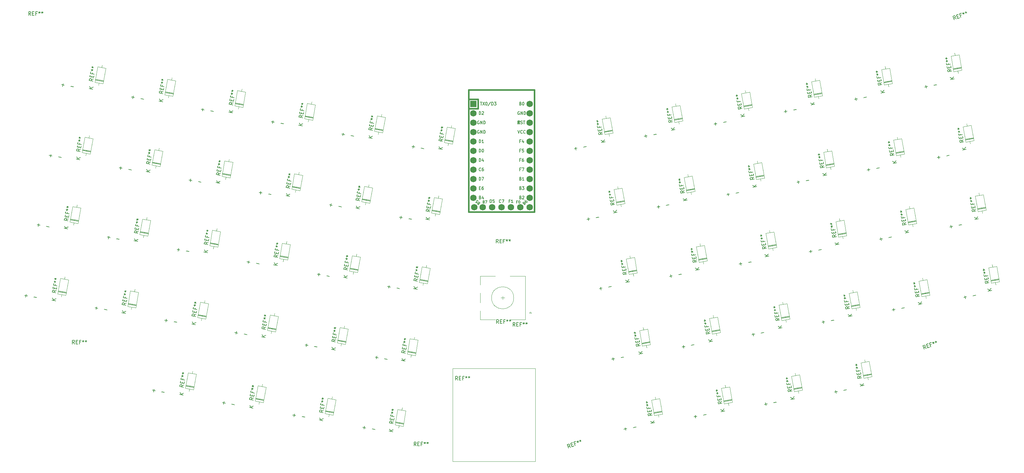
<source format=gbr>
%TF.GenerationSoftware,KiCad,Pcbnew,(6.0.7)*%
%TF.CreationDate,2022-11-08T23:53:27-08:00*%
%TF.ProjectId,Anguirus,416e6775-6972-4757-932e-6b696361645f,rev?*%
%TF.SameCoordinates,Original*%
%TF.FileFunction,Legend,Top*%
%TF.FilePolarity,Positive*%
%FSLAX46Y46*%
G04 Gerber Fmt 4.6, Leading zero omitted, Abs format (unit mm)*
G04 Created by KiCad (PCBNEW (6.0.7)) date 2022-11-08 23:53:27*
%MOMM*%
%LPD*%
G01*
G04 APERTURE LIST*
%ADD10C,0.150000*%
%ADD11C,0.120000*%
%ADD12C,0.381000*%
%ADD13R,1.752600X1.752600*%
%ADD14C,1.752600*%
G04 APERTURE END LIST*
D10*
%TO.C,*%
%TO.C,REF\u002A\u002A*%
X318037917Y-141514975D02*
X318788247Y-141382671D01*
X315536506Y-141956041D02*
X316286836Y-141823737D01*
X315977823Y-142265054D02*
X315845519Y-141514724D01*
X303892862Y-140962753D02*
X303481788Y-141373712D01*
X303992089Y-141525501D02*
X303007281Y-141699149D01*
X302941130Y-141323984D01*
X302971487Y-141221924D01*
X303010114Y-141166759D01*
X303095636Y-141103326D01*
X303236323Y-141078519D01*
X303338383Y-141108877D01*
X303393548Y-141147503D01*
X303456981Y-141233025D01*
X303523133Y-141608190D01*
X303302589Y-140631651D02*
X303244707Y-140303382D01*
X303735751Y-140071737D02*
X303818441Y-140540693D01*
X302833633Y-140714341D01*
X302750944Y-140245385D01*
X303087596Y-139412366D02*
X303145479Y-139740635D01*
X303661331Y-139649676D02*
X302676523Y-139823325D01*
X302593833Y-139354368D01*
X302502875Y-138838517D02*
X302737353Y-138797172D01*
X302684906Y-139048188D02*
X302737353Y-138797172D01*
X302602217Y-138579232D01*
X302949742Y-138904783D02*
X302737353Y-138797172D01*
X302900128Y-138623409D01*
X302370571Y-138088187D02*
X302605050Y-138046842D01*
X302552603Y-138297858D02*
X302605050Y-138046842D01*
X302469913Y-137828902D01*
X302817439Y-138154453D02*
X302605050Y-138046842D01*
X302767825Y-137873080D01*
X304683548Y-143604152D02*
X303698740Y-143777800D01*
X304584321Y-143041405D02*
X304095994Y-143562693D01*
X303599513Y-143215053D02*
X304261488Y-143678573D01*
X245492136Y-173766983D02*
X246242466Y-173634679D01*
X242990725Y-174208049D02*
X243741055Y-174075745D01*
X243432042Y-174517062D02*
X243299738Y-173766732D01*
X264452837Y-170423699D02*
X265203167Y-170291395D01*
X261951426Y-170864765D02*
X262701756Y-170732461D01*
X262392743Y-171173778D02*
X262260439Y-170423448D01*
X190527027Y-114858149D02*
X190000188Y-115103728D01*
X190427799Y-115420896D02*
X189442992Y-115247248D01*
X189509143Y-114872083D01*
X189572577Y-114786561D01*
X189627741Y-114747934D01*
X189729802Y-114717576D01*
X189870488Y-114742383D01*
X189956011Y-114805817D01*
X189994637Y-114860981D01*
X190024995Y-114963041D01*
X189958843Y-115338206D01*
X190085596Y-114345130D02*
X190143479Y-114016860D01*
X190684137Y-113967132D02*
X190601448Y-114436088D01*
X189616640Y-114262440D01*
X189699329Y-113793484D01*
X190300589Y-113125844D02*
X190242706Y-113454113D01*
X190758558Y-113545072D02*
X189773750Y-113371423D01*
X189856440Y-112902467D01*
X189947398Y-112386616D02*
X190181876Y-112427961D01*
X190046740Y-112645901D02*
X190181876Y-112427961D01*
X190129430Y-112176945D01*
X190344652Y-112601723D02*
X190181876Y-112427961D01*
X190394266Y-112320350D01*
X190079702Y-111636286D02*
X190314180Y-111677631D01*
X190179044Y-111895571D02*
X190314180Y-111677631D01*
X190261733Y-111426615D01*
X190476955Y-111851393D02*
X190314180Y-111677631D01*
X190526569Y-111570020D01*
X190366617Y-117610682D02*
X189381810Y-117437034D01*
X190465845Y-117047935D02*
X189828677Y-117370768D01*
X189481037Y-116874287D02*
X189944557Y-117536262D01*
X277565074Y-148651428D02*
X278315404Y-148519124D01*
X278006391Y-148960441D02*
X277874087Y-148210111D01*
X280066485Y-148210362D02*
X280816815Y-148078058D01*
X88292787Y-100300230D02*
X87542457Y-100167926D01*
X87983774Y-99858913D02*
X87851470Y-100609243D01*
X90794198Y-100741296D02*
X90043868Y-100608992D01*
X144318274Y-129522910D02*
X143567944Y-129390606D01*
X141816863Y-129081844D02*
X141066533Y-128949540D01*
X141507850Y-128640527D02*
X141375546Y-129390857D01*
X334739315Y-95907431D02*
X334328241Y-96318390D01*
X334838542Y-96470179D02*
X333853734Y-96643827D01*
X333787583Y-96268662D01*
X333817940Y-96166602D01*
X333856567Y-96111437D01*
X333942089Y-96048004D01*
X334082776Y-96023197D01*
X334184836Y-96053555D01*
X334240001Y-96092181D01*
X334303434Y-96177703D01*
X334369586Y-96552868D01*
X334149042Y-95576329D02*
X334091160Y-95248060D01*
X334582204Y-95016415D02*
X334664894Y-95485371D01*
X333680086Y-95659019D01*
X333597397Y-95190063D01*
X333934049Y-94357044D02*
X333991932Y-94685313D01*
X334507784Y-94594354D02*
X333522976Y-94768003D01*
X333440286Y-94299046D01*
X333349328Y-93783195D02*
X333583806Y-93741850D01*
X333531359Y-93992866D02*
X333583806Y-93741850D01*
X333448670Y-93523910D01*
X333796195Y-93849461D02*
X333583806Y-93741850D01*
X333746581Y-93568087D01*
X333217024Y-93032865D02*
X333451503Y-92991520D01*
X333399056Y-93242536D02*
X333451503Y-92991520D01*
X333316366Y-92773580D01*
X333663892Y-93099131D02*
X333451503Y-92991520D01*
X333614278Y-92817758D01*
X335530001Y-98548830D02*
X334545193Y-98722478D01*
X335430774Y-97986083D02*
X334942447Y-98507371D01*
X334445966Y-98159731D02*
X335107941Y-98623251D01*
X127246807Y-143161646D02*
X126719968Y-143407225D01*
X127147579Y-143724393D02*
X126162772Y-143550745D01*
X126228923Y-143175580D01*
X126292357Y-143090058D01*
X126347521Y-143051431D01*
X126449582Y-143021073D01*
X126590268Y-143045880D01*
X126675791Y-143109314D01*
X126714417Y-143164478D01*
X126744775Y-143266538D01*
X126678623Y-143641703D01*
X126805376Y-142648627D02*
X126863259Y-142320357D01*
X127403917Y-142270629D02*
X127321228Y-142739585D01*
X126336420Y-142565937D01*
X126419109Y-142096981D01*
X127020369Y-141429341D02*
X126962486Y-141757610D01*
X127478338Y-141848569D02*
X126493530Y-141674920D01*
X126576220Y-141205964D01*
X126667178Y-140690113D02*
X126901656Y-140731458D01*
X126766520Y-140949398D02*
X126901656Y-140731458D01*
X126849210Y-140480442D01*
X127064432Y-140905220D02*
X126901656Y-140731458D01*
X127114046Y-140623847D01*
X126799482Y-139939783D02*
X127033960Y-139981128D01*
X126898824Y-140199068D02*
X127033960Y-139981128D01*
X126981513Y-139730112D01*
X127196735Y-140154890D02*
X127033960Y-139981128D01*
X127246349Y-139873517D01*
X127086397Y-145914179D02*
X126101590Y-145740531D01*
X127185625Y-145351432D02*
X126548457Y-145674265D01*
X126200817Y-145177784D02*
X126664337Y-145839759D01*
X239661299Y-155299731D02*
X240411629Y-155167427D01*
X240102616Y-155608744D02*
X239970312Y-154858414D01*
X242162710Y-154858665D02*
X242913040Y-154726361D01*
X94380663Y-151171153D02*
X94047330Y-150694963D01*
X93809235Y-151171153D02*
X93809235Y-150171153D01*
X94190187Y-150171153D01*
X94285425Y-150218773D01*
X94333044Y-150266392D01*
X94380663Y-150361630D01*
X94380663Y-150504487D01*
X94333044Y-150599725D01*
X94285425Y-150647344D01*
X94190187Y-150694963D01*
X93809235Y-150694963D01*
X94809235Y-150647344D02*
X95142568Y-150647344D01*
X95285425Y-151171153D02*
X94809235Y-151171153D01*
X94809235Y-150171153D01*
X95285425Y-150171153D01*
X96047330Y-150647344D02*
X95713997Y-150647344D01*
X95713997Y-151171153D02*
X95713997Y-150171153D01*
X96190187Y-150171153D01*
X96713997Y-150171153D02*
X96713997Y-150409249D01*
X96475901Y-150314011D02*
X96713997Y-150409249D01*
X96952092Y-150314011D01*
X96571139Y-150599725D02*
X96713997Y-150409249D01*
X96856854Y-150599725D01*
X97475901Y-150171153D02*
X97475901Y-150409249D01*
X97237806Y-150314011D02*
X97475901Y-150409249D01*
X97713997Y-150314011D01*
X97333044Y-150599725D02*
X97475901Y-150409249D01*
X97618758Y-150599725D01*
X157507874Y-151553557D02*
X156757544Y-151421253D01*
X157198861Y-151112240D02*
X157066557Y-151862570D01*
X160009285Y-151994623D02*
X159258955Y-151862319D01*
X186779066Y-178709980D02*
X186445733Y-178233790D01*
X186207638Y-178709980D02*
X186207638Y-177709980D01*
X186588590Y-177709980D01*
X186683828Y-177757600D01*
X186731447Y-177805219D01*
X186779066Y-177900457D01*
X186779066Y-178043314D01*
X186731447Y-178138552D01*
X186683828Y-178186171D01*
X186588590Y-178233790D01*
X186207638Y-178233790D01*
X187207638Y-178186171D02*
X187540971Y-178186171D01*
X187683828Y-178709980D02*
X187207638Y-178709980D01*
X187207638Y-177709980D01*
X187683828Y-177709980D01*
X188445733Y-178186171D02*
X188112400Y-178186171D01*
X188112400Y-178709980D02*
X188112400Y-177709980D01*
X188588590Y-177709980D01*
X189112400Y-177709980D02*
X189112400Y-177948076D01*
X188874304Y-177852838D02*
X189112400Y-177948076D01*
X189350495Y-177852838D01*
X188969542Y-178138552D02*
X189112400Y-177948076D01*
X189255257Y-178138552D01*
X189874304Y-177709980D02*
X189874304Y-177948076D01*
X189636209Y-177852838D02*
X189874304Y-177948076D01*
X190112400Y-177852838D01*
X189731447Y-178138552D02*
X189874304Y-177948076D01*
X190017161Y-178138552D01*
X319239597Y-118293827D02*
X318828523Y-118704786D01*
X319338824Y-118856575D02*
X318354016Y-119030223D01*
X318287865Y-118655058D01*
X318318222Y-118552998D01*
X318356849Y-118497833D01*
X318442371Y-118434400D01*
X318583058Y-118409593D01*
X318685118Y-118439951D01*
X318740283Y-118478577D01*
X318803716Y-118564099D01*
X318869868Y-118939264D01*
X318649324Y-117962725D02*
X318591442Y-117634456D01*
X319082486Y-117402811D02*
X319165176Y-117871767D01*
X318180368Y-118045415D01*
X318097679Y-117576459D01*
X318434331Y-116743440D02*
X318492214Y-117071709D01*
X319008066Y-116980750D02*
X318023258Y-117154399D01*
X317940568Y-116685442D01*
X317849610Y-116169591D02*
X318084088Y-116128246D01*
X318031641Y-116379262D02*
X318084088Y-116128246D01*
X317948952Y-115910306D01*
X318296477Y-116235857D02*
X318084088Y-116128246D01*
X318246863Y-115954483D01*
X317717306Y-115419261D02*
X317951785Y-115377916D01*
X317899338Y-115628932D02*
X317951785Y-115377916D01*
X317816648Y-115159976D01*
X318164174Y-115485527D02*
X317951785Y-115377916D01*
X318114560Y-115204154D01*
X320030283Y-120935226D02*
X319045475Y-121108874D01*
X319931056Y-120372479D02*
X319442729Y-120893767D01*
X318946248Y-120546127D02*
X319608223Y-121009647D01*
X89431385Y-136751686D02*
X88904546Y-136997265D01*
X89332157Y-137314433D02*
X88347350Y-137140785D01*
X88413501Y-136765620D01*
X88476935Y-136680098D01*
X88532099Y-136641471D01*
X88634160Y-136611113D01*
X88774846Y-136635920D01*
X88860369Y-136699354D01*
X88898995Y-136754518D01*
X88929353Y-136856578D01*
X88863201Y-137231743D01*
X88989954Y-136238667D02*
X89047837Y-135910397D01*
X89588495Y-135860669D02*
X89505806Y-136329625D01*
X88520998Y-136155977D01*
X88603687Y-135687021D01*
X89204947Y-135019381D02*
X89147064Y-135347650D01*
X89662916Y-135438609D02*
X88678108Y-135264960D01*
X88760798Y-134796004D01*
X88851756Y-134280153D02*
X89086234Y-134321498D01*
X88951098Y-134539438D02*
X89086234Y-134321498D01*
X89033788Y-134070482D01*
X89249010Y-134495260D02*
X89086234Y-134321498D01*
X89298624Y-134213887D01*
X88984060Y-133529823D02*
X89218538Y-133571168D01*
X89083402Y-133789108D02*
X89218538Y-133571168D01*
X89166091Y-133320152D01*
X89381313Y-133744930D02*
X89218538Y-133571168D01*
X89430927Y-133463557D01*
X89270975Y-139504219D02*
X88286168Y-139330571D01*
X89370203Y-138941472D02*
X88733035Y-139264305D01*
X88385395Y-138767824D02*
X88848915Y-139429799D01*
X180626720Y-172175762D02*
X180099881Y-172421341D01*
X180527492Y-172738509D02*
X179542685Y-172564861D01*
X179608836Y-172189696D01*
X179672270Y-172104174D01*
X179727434Y-172065547D01*
X179829495Y-172035189D01*
X179970181Y-172059996D01*
X180055704Y-172123430D01*
X180094330Y-172178594D01*
X180124688Y-172280654D01*
X180058536Y-172655819D01*
X180185289Y-171662743D02*
X180243172Y-171334473D01*
X180783830Y-171284745D02*
X180701141Y-171753701D01*
X179716333Y-171580053D01*
X179799022Y-171111097D01*
X180400282Y-170443457D02*
X180342399Y-170771726D01*
X180858251Y-170862685D02*
X179873443Y-170689036D01*
X179956133Y-170220080D01*
X180047091Y-169704229D02*
X180281569Y-169745574D01*
X180146433Y-169963514D02*
X180281569Y-169745574D01*
X180229123Y-169494558D01*
X180444345Y-169919336D02*
X180281569Y-169745574D01*
X180493959Y-169637963D01*
X180179395Y-168953899D02*
X180413873Y-168995244D01*
X180278737Y-169213184D02*
X180413873Y-168995244D01*
X180361426Y-168744228D01*
X180576648Y-169169006D02*
X180413873Y-168995244D01*
X180626262Y-168887633D01*
X180466310Y-174928295D02*
X179481503Y-174754647D01*
X180565538Y-174365548D02*
X179928370Y-174688381D01*
X179580730Y-174191900D02*
X180044250Y-174853875D01*
X175626701Y-174298605D02*
X174876371Y-174166301D01*
X173125290Y-173857539D02*
X172374960Y-173725235D01*
X172816277Y-173416222D02*
X172683973Y-174166552D01*
X315931597Y-99533240D02*
X315520523Y-99944199D01*
X316030824Y-100095988D02*
X315046016Y-100269636D01*
X314979865Y-99894471D01*
X315010222Y-99792411D01*
X315048849Y-99737246D01*
X315134371Y-99673813D01*
X315275058Y-99649006D01*
X315377118Y-99679364D01*
X315432283Y-99717990D01*
X315495716Y-99803512D01*
X315561868Y-100178677D01*
X315341324Y-99202138D02*
X315283442Y-98873869D01*
X315774486Y-98642224D02*
X315857176Y-99111180D01*
X314872368Y-99284828D01*
X314789679Y-98815872D01*
X315126331Y-97982853D02*
X315184214Y-98311122D01*
X315700066Y-98220163D02*
X314715258Y-98393812D01*
X314632568Y-97924855D01*
X314541610Y-97409004D02*
X314776088Y-97367659D01*
X314723641Y-97618675D02*
X314776088Y-97367659D01*
X314640952Y-97149719D01*
X314988477Y-97475270D02*
X314776088Y-97367659D01*
X314938863Y-97193896D01*
X314409306Y-96658674D02*
X314643785Y-96617329D01*
X314591338Y-96868345D02*
X314643785Y-96617329D01*
X314508648Y-96399389D01*
X314856174Y-96724940D02*
X314643785Y-96617329D01*
X314806560Y-96443567D01*
X316722283Y-102174639D02*
X315737475Y-102348287D01*
X316623056Y-101611892D02*
X316134729Y-102133180D01*
X315638248Y-101785540D02*
X316300223Y-102249060D01*
X324299629Y-81657062D02*
X325049959Y-81524758D01*
X324740946Y-81966075D02*
X324608642Y-81215745D01*
X326801040Y-81215996D02*
X327551370Y-81083692D01*
X118374805Y-82895056D02*
X117847966Y-83140635D01*
X118275577Y-83457803D02*
X117290770Y-83284155D01*
X117356921Y-82908990D01*
X117420355Y-82823468D01*
X117475519Y-82784841D01*
X117577580Y-82754483D01*
X117718266Y-82779290D01*
X117803789Y-82842724D01*
X117842415Y-82897888D01*
X117872773Y-82999948D01*
X117806621Y-83375113D01*
X117933374Y-82382037D02*
X117991257Y-82053767D01*
X118531915Y-82004039D02*
X118449226Y-82472995D01*
X117464418Y-82299347D01*
X117547107Y-81830391D01*
X118148367Y-81162751D02*
X118090484Y-81491020D01*
X118606336Y-81581979D02*
X117621528Y-81408330D01*
X117704218Y-80939374D01*
X117795176Y-80423523D02*
X118029654Y-80464868D01*
X117894518Y-80682808D02*
X118029654Y-80464868D01*
X117977208Y-80213852D01*
X118192430Y-80638630D02*
X118029654Y-80464868D01*
X118242044Y-80357257D01*
X117927480Y-79673193D02*
X118161958Y-79714538D01*
X118026822Y-79932478D02*
X118161958Y-79714538D01*
X118109511Y-79463522D01*
X118324733Y-79888300D02*
X118161958Y-79714538D01*
X118374347Y-79606927D01*
X118214395Y-85647589D02*
X117229588Y-85473941D01*
X118313623Y-85084842D02*
X117676455Y-85407675D01*
X117328815Y-84911194D02*
X117792335Y-85573169D01*
X293751236Y-83739273D02*
X293340162Y-84150232D01*
X293850463Y-84302021D02*
X292865655Y-84475669D01*
X292799504Y-84100504D01*
X292829861Y-83998444D01*
X292868488Y-83943279D01*
X292954010Y-83879846D01*
X293094697Y-83855039D01*
X293196757Y-83885397D01*
X293251922Y-83924023D01*
X293315355Y-84009545D01*
X293381507Y-84384710D01*
X293160963Y-83408171D02*
X293103081Y-83079902D01*
X293594125Y-82848257D02*
X293676815Y-83317213D01*
X292692007Y-83490861D01*
X292609318Y-83021905D01*
X292945970Y-82188886D02*
X293003853Y-82517155D01*
X293519705Y-82426196D02*
X292534897Y-82599845D01*
X292452207Y-82130888D01*
X292361249Y-81615037D02*
X292595727Y-81573692D01*
X292543280Y-81824708D02*
X292595727Y-81573692D01*
X292460591Y-81355752D01*
X292808116Y-81681303D02*
X292595727Y-81573692D01*
X292758502Y-81399929D01*
X292228945Y-80864707D02*
X292463424Y-80823362D01*
X292410977Y-81074378D02*
X292463424Y-80823362D01*
X292328287Y-80605422D01*
X292675813Y-80930973D02*
X292463424Y-80823362D01*
X292626199Y-80649600D01*
X294541922Y-86380672D02*
X293557114Y-86554320D01*
X294442695Y-85817925D02*
X293954368Y-86339213D01*
X293457887Y-85991573D02*
X294119862Y-86455093D01*
X280962154Y-167512660D02*
X281712484Y-167380356D01*
X281403471Y-167821673D02*
X281271167Y-167071343D01*
X283463565Y-167071594D02*
X284213895Y-166939290D01*
X331478445Y-76829030D02*
X331067371Y-77239989D01*
X331577672Y-77391778D02*
X330592864Y-77565426D01*
X330526713Y-77190261D01*
X330557070Y-77088201D01*
X330595697Y-77033036D01*
X330681219Y-76969603D01*
X330821906Y-76944796D01*
X330923966Y-76975154D01*
X330979131Y-77013780D01*
X331042564Y-77099302D01*
X331108716Y-77474467D01*
X330888172Y-76497928D02*
X330830290Y-76169659D01*
X331321334Y-75938014D02*
X331404024Y-76406970D01*
X330419216Y-76580618D01*
X330336527Y-76111662D01*
X330673179Y-75278643D02*
X330731062Y-75606912D01*
X331246914Y-75515953D02*
X330262106Y-75689602D01*
X330179416Y-75220645D01*
X330088458Y-74704794D02*
X330322936Y-74663449D01*
X330270489Y-74914465D02*
X330322936Y-74663449D01*
X330187800Y-74445509D01*
X330535325Y-74771060D02*
X330322936Y-74663449D01*
X330485711Y-74489686D01*
X329956154Y-73954464D02*
X330190633Y-73913119D01*
X330138186Y-74164135D02*
X330190633Y-73913119D01*
X330055496Y-73695179D01*
X330403022Y-74020730D02*
X330190633Y-73913119D01*
X330353408Y-73739357D01*
X332269131Y-79470429D02*
X331284323Y-79644077D01*
X332169904Y-78907682D02*
X331681577Y-79428970D01*
X331185096Y-79081330D02*
X331847071Y-79544850D01*
X140998555Y-148642517D02*
X140248225Y-148510213D01*
X138497144Y-148201451D02*
X137746814Y-148069147D01*
X138188131Y-147760134D02*
X138055827Y-148510464D01*
X171613454Y-111832676D02*
X171086615Y-112078255D01*
X171514226Y-112395423D02*
X170529419Y-112221775D01*
X170595570Y-111846610D01*
X170659004Y-111761088D01*
X170714168Y-111722461D01*
X170816229Y-111692103D01*
X170956915Y-111716910D01*
X171042438Y-111780344D01*
X171081064Y-111835508D01*
X171111422Y-111937568D01*
X171045270Y-112312733D01*
X171172023Y-111319657D02*
X171229906Y-110991387D01*
X171770564Y-110941659D02*
X171687875Y-111410615D01*
X170703067Y-111236967D01*
X170785756Y-110768011D01*
X171387016Y-110100371D02*
X171329133Y-110428640D01*
X171844985Y-110519599D02*
X170860177Y-110345950D01*
X170942867Y-109876994D01*
X171033825Y-109361143D02*
X171268303Y-109402488D01*
X171133167Y-109620428D02*
X171268303Y-109402488D01*
X171215857Y-109151472D01*
X171431079Y-109576250D02*
X171268303Y-109402488D01*
X171480693Y-109294877D01*
X171166129Y-108610813D02*
X171400607Y-108652158D01*
X171265471Y-108870098D02*
X171400607Y-108652158D01*
X171348160Y-108401142D01*
X171563382Y-108825920D02*
X171400607Y-108652158D01*
X171612996Y-108544547D01*
X171453044Y-114585209D02*
X170468237Y-114411561D01*
X171552272Y-114022462D02*
X170915104Y-114345295D01*
X170567464Y-113848814D02*
X171030984Y-114510789D01*
X128615543Y-107410218D02*
X127865213Y-107277914D01*
X126114132Y-106969152D02*
X125363802Y-106836848D01*
X125805119Y-106527835D02*
X125672815Y-107278165D01*
X297012104Y-102817673D02*
X296601030Y-103228632D01*
X297111331Y-103380421D02*
X296126523Y-103554069D01*
X296060372Y-103178904D01*
X296090729Y-103076844D01*
X296129356Y-103021679D01*
X296214878Y-102958246D01*
X296355565Y-102933439D01*
X296457625Y-102963797D01*
X296512790Y-103002423D01*
X296576223Y-103087945D01*
X296642375Y-103463110D01*
X296421831Y-102486571D02*
X296363949Y-102158302D01*
X296854993Y-101926657D02*
X296937683Y-102395613D01*
X295952875Y-102569261D01*
X295870186Y-102100305D01*
X296206838Y-101267286D02*
X296264721Y-101595555D01*
X296780573Y-101504596D02*
X295795765Y-101678245D01*
X295713075Y-101209288D01*
X295622117Y-100693437D02*
X295856595Y-100652092D01*
X295804148Y-100903108D02*
X295856595Y-100652092D01*
X295721459Y-100434152D01*
X296068984Y-100759703D02*
X295856595Y-100652092D01*
X296019370Y-100478329D01*
X295489813Y-99943107D02*
X295724292Y-99901762D01*
X295671845Y-100152778D02*
X295724292Y-99901762D01*
X295589155Y-99683822D01*
X295936681Y-100009373D02*
X295724292Y-99901762D01*
X295887067Y-99728000D01*
X297802790Y-105459072D02*
X296817982Y-105632720D01*
X297703563Y-104896325D02*
X297215236Y-105417613D01*
X296718755Y-105069973D02*
X297380730Y-105533493D01*
X247228517Y-151057373D02*
X246817443Y-151468332D01*
X247327744Y-151620121D02*
X246342936Y-151793769D01*
X246276785Y-151418604D01*
X246307142Y-151316544D01*
X246345769Y-151261379D01*
X246431291Y-151197946D01*
X246571978Y-151173139D01*
X246674038Y-151203497D01*
X246729203Y-151242123D01*
X246792636Y-151327645D01*
X246858788Y-151702810D01*
X246638244Y-150726271D02*
X246580362Y-150398002D01*
X247071406Y-150166357D02*
X247154096Y-150635313D01*
X246169288Y-150808961D01*
X246086599Y-150340005D01*
X246423251Y-149506986D02*
X246481134Y-149835255D01*
X246996986Y-149744296D02*
X246012178Y-149917945D01*
X245929488Y-149448988D01*
X245838530Y-148933137D02*
X246073008Y-148891792D01*
X246020561Y-149142808D02*
X246073008Y-148891792D01*
X245937872Y-148673852D01*
X246285397Y-148999403D02*
X246073008Y-148891792D01*
X246235783Y-148718029D01*
X245706226Y-148182807D02*
X245940705Y-148141462D01*
X245888258Y-148392478D02*
X245940705Y-148141462D01*
X245805568Y-147923522D01*
X246153094Y-148249073D02*
X245940705Y-148141462D01*
X246103480Y-147967700D01*
X248019203Y-153698772D02*
X247034395Y-153872420D01*
X247919976Y-153136025D02*
X247431649Y-153657313D01*
X246935168Y-153309673D02*
X247597143Y-153773193D01*
X113074617Y-84964971D02*
X112324287Y-84832667D01*
X110573206Y-84523905D02*
X109822876Y-84391601D01*
X110264193Y-84082588D02*
X110131889Y-84832918D01*
X123927088Y-162281253D02*
X123400249Y-162526832D01*
X123827860Y-162844000D02*
X122843053Y-162670352D01*
X122909204Y-162295187D01*
X122972638Y-162209665D01*
X123027802Y-162171038D01*
X123129863Y-162140680D01*
X123270549Y-162165487D01*
X123356072Y-162228921D01*
X123394698Y-162284085D01*
X123425056Y-162386145D01*
X123358904Y-162761310D01*
X123485657Y-161768234D02*
X123543540Y-161439964D01*
X124084198Y-161390236D02*
X124001509Y-161859192D01*
X123016701Y-161685544D01*
X123099390Y-161216588D01*
X123700650Y-160548948D02*
X123642767Y-160877217D01*
X124158619Y-160968176D02*
X123173811Y-160794527D01*
X123256501Y-160325571D01*
X123347459Y-159809720D02*
X123581937Y-159851065D01*
X123446801Y-160069005D02*
X123581937Y-159851065D01*
X123529491Y-159600049D01*
X123744713Y-160024827D02*
X123581937Y-159851065D01*
X123794327Y-159743454D01*
X123479763Y-159059390D02*
X123714241Y-159100735D01*
X123579105Y-159318675D02*
X123714241Y-159100735D01*
X123661794Y-158849719D01*
X123877016Y-159274497D02*
X123714241Y-159100735D01*
X123926630Y-158993124D01*
X123766678Y-165033786D02*
X122781871Y-164860138D01*
X123865906Y-164471039D02*
X123228738Y-164793872D01*
X122881098Y-164297391D02*
X123344618Y-164959366D01*
X81641918Y-138167896D02*
X80891588Y-138035592D01*
X81332905Y-137726579D02*
X81200601Y-138476909D01*
X84143329Y-138608962D02*
X83392999Y-138476658D01*
X254428040Y-113682273D02*
X255178370Y-113549969D01*
X251926629Y-114123339D02*
X252676959Y-113991035D01*
X252367946Y-114432352D02*
X252235642Y-113682022D01*
X149403607Y-127208774D02*
X148876768Y-127454353D01*
X149304379Y-127771521D02*
X148319572Y-127597873D01*
X148385723Y-127222708D01*
X148449157Y-127137186D01*
X148504321Y-127098559D01*
X148606382Y-127068201D01*
X148747068Y-127093008D01*
X148832591Y-127156442D01*
X148871217Y-127211606D01*
X148901575Y-127313666D01*
X148835423Y-127688831D01*
X148962176Y-126695755D02*
X149020059Y-126367485D01*
X149560717Y-126317757D02*
X149478028Y-126786713D01*
X148493220Y-126613065D01*
X148575909Y-126144109D01*
X149177169Y-125476469D02*
X149119286Y-125804738D01*
X149635138Y-125895697D02*
X148650330Y-125722048D01*
X148733020Y-125253092D01*
X148823978Y-124737241D02*
X149058456Y-124778586D01*
X148923320Y-124996526D02*
X149058456Y-124778586D01*
X149006010Y-124527570D01*
X149221232Y-124952348D02*
X149058456Y-124778586D01*
X149270846Y-124670975D01*
X148956282Y-123986911D02*
X149190760Y-124028256D01*
X149055624Y-124246196D02*
X149190760Y-124028256D01*
X149138313Y-123777240D01*
X149353535Y-124202018D02*
X149190760Y-124028256D01*
X149403149Y-123920645D01*
X149243197Y-129961307D02*
X148258390Y-129787659D01*
X149342425Y-129398560D02*
X148705257Y-129721393D01*
X148357617Y-129224912D02*
X148821137Y-129886887D01*
X266148009Y-147772938D02*
X265736935Y-148183897D01*
X266247236Y-148335686D02*
X265262428Y-148509334D01*
X265196277Y-148134169D01*
X265226634Y-148032109D01*
X265265261Y-147976944D01*
X265350783Y-147913511D01*
X265491470Y-147888704D01*
X265593530Y-147919062D01*
X265648695Y-147957688D01*
X265712128Y-148043210D01*
X265778280Y-148418375D01*
X265557736Y-147441836D02*
X265499854Y-147113567D01*
X265990898Y-146881922D02*
X266073588Y-147350878D01*
X265088780Y-147524526D01*
X265006091Y-147055570D01*
X265342743Y-146222551D02*
X265400626Y-146550820D01*
X265916478Y-146459861D02*
X264931670Y-146633510D01*
X264848980Y-146164553D01*
X264758022Y-145648702D02*
X264992500Y-145607357D01*
X264940053Y-145858373D02*
X264992500Y-145607357D01*
X264857364Y-145389417D01*
X265204889Y-145714968D02*
X264992500Y-145607357D01*
X265155275Y-145433594D01*
X264625718Y-144898372D02*
X264860197Y-144857027D01*
X264807750Y-145108043D02*
X264860197Y-144857027D01*
X264725060Y-144639087D01*
X265072586Y-144964638D02*
X264860197Y-144857027D01*
X265022972Y-144683265D01*
X266938695Y-150414337D02*
X265953887Y-150587985D01*
X266839468Y-149851590D02*
X266351141Y-150372878D01*
X265854660Y-150025238D02*
X266516635Y-150488758D01*
%TO.C,U1*%
X204096475Y-85796048D02*
X204553618Y-85796048D01*
X204325047Y-86596048D02*
X204325047Y-85796048D01*
X204744094Y-85796048D02*
X205277428Y-86596048D01*
X205277428Y-85796048D02*
X204744094Y-86596048D01*
X205734571Y-85796048D02*
X205810761Y-85796048D01*
X205886952Y-85834144D01*
X205925047Y-85872239D01*
X205963142Y-85948429D01*
X206001237Y-86100810D01*
X206001237Y-86291286D01*
X205963142Y-86443667D01*
X205925047Y-86519858D01*
X205886952Y-86557953D01*
X205810761Y-86596048D01*
X205734571Y-86596048D01*
X205658380Y-86557953D01*
X205620285Y-86519858D01*
X205582190Y-86443667D01*
X205544094Y-86291286D01*
X205544094Y-86100810D01*
X205582190Y-85948429D01*
X205620285Y-85872239D01*
X205658380Y-85834144D01*
X205734571Y-85796048D01*
X206915523Y-85757953D02*
X206229809Y-86786524D01*
X207182190Y-86596048D02*
X207182190Y-85796048D01*
X207372666Y-85796048D01*
X207486952Y-85834144D01*
X207563142Y-85910334D01*
X207601237Y-85986524D01*
X207639332Y-86138905D01*
X207639332Y-86253191D01*
X207601237Y-86405572D01*
X207563142Y-86481763D01*
X207486952Y-86557953D01*
X207372666Y-86596048D01*
X207182190Y-86596048D01*
X207905999Y-85796048D02*
X208401237Y-85796048D01*
X208134571Y-86100810D01*
X208248856Y-86100810D01*
X208325047Y-86138905D01*
X208363142Y-86177001D01*
X208401237Y-86253191D01*
X208401237Y-86443667D01*
X208363142Y-86519858D01*
X208325047Y-86557953D01*
X208248856Y-86596048D01*
X208020285Y-86596048D01*
X207944094Y-86557953D01*
X207905999Y-86519858D01*
X203807347Y-89136048D02*
X203807347Y-88336048D01*
X203997824Y-88336048D01*
X204112109Y-88374144D01*
X204188300Y-88450334D01*
X204226395Y-88526524D01*
X204264490Y-88678905D01*
X204264490Y-88793191D01*
X204226395Y-88945572D01*
X204188300Y-89021763D01*
X204112109Y-89097953D01*
X203997824Y-89136048D01*
X203807347Y-89136048D01*
X204569252Y-88412239D02*
X204607347Y-88374144D01*
X204683538Y-88336048D01*
X204874014Y-88336048D01*
X204950204Y-88374144D01*
X204988300Y-88412239D01*
X205026395Y-88488429D01*
X205026395Y-88564620D01*
X204988300Y-88678905D01*
X204531157Y-89136048D01*
X205026395Y-89136048D01*
X204074014Y-111577001D02*
X204188300Y-111615096D01*
X204226395Y-111653191D01*
X204264490Y-111729382D01*
X204264490Y-111843667D01*
X204226395Y-111919858D01*
X204188300Y-111957953D01*
X204112109Y-111996048D01*
X203807347Y-111996048D01*
X203807347Y-111196048D01*
X204074014Y-111196048D01*
X204150204Y-111234144D01*
X204188300Y-111272239D01*
X204226395Y-111348429D01*
X204226395Y-111424620D01*
X204188300Y-111500810D01*
X204150204Y-111538905D01*
X204074014Y-111577001D01*
X203807347Y-111577001D01*
X204950204Y-111462715D02*
X204950204Y-111996048D01*
X204759728Y-111157953D02*
X204569252Y-111729382D01*
X205064490Y-111729382D01*
X209725490Y-112889858D02*
X209687395Y-112927953D01*
X209573109Y-112966048D01*
X209496919Y-112966048D01*
X209382633Y-112927953D01*
X209306443Y-112851763D01*
X209268347Y-112775572D01*
X209230252Y-112623191D01*
X209230252Y-112508905D01*
X209268347Y-112356524D01*
X209306443Y-112280334D01*
X209382633Y-112204144D01*
X209496919Y-112166048D01*
X209573109Y-112166048D01*
X209687395Y-112204144D01*
X209725490Y-112242239D01*
X209992157Y-112166048D02*
X210525490Y-112166048D01*
X210182633Y-112966048D01*
X212132157Y-112547001D02*
X211865490Y-112547001D01*
X211865490Y-112966048D02*
X211865490Y-112166048D01*
X212246443Y-112166048D01*
X212970252Y-112966048D02*
X212513109Y-112966048D01*
X212741681Y-112966048D02*
X212741681Y-112166048D01*
X212665490Y-112280334D01*
X212589300Y-112356524D01*
X212513109Y-112394620D01*
X203807347Y-99296048D02*
X203807347Y-98496048D01*
X203997824Y-98496048D01*
X204112109Y-98534144D01*
X204188300Y-98610334D01*
X204226395Y-98686524D01*
X204264490Y-98838905D01*
X204264490Y-98953191D01*
X204226395Y-99105572D01*
X204188300Y-99181763D01*
X204112109Y-99257953D01*
X203997824Y-99296048D01*
X203807347Y-99296048D01*
X204759728Y-98496048D02*
X204835919Y-98496048D01*
X204912109Y-98534144D01*
X204950204Y-98572239D01*
X204988300Y-98648429D01*
X205026395Y-98800810D01*
X205026395Y-98991286D01*
X204988300Y-99143667D01*
X204950204Y-99219858D01*
X204912109Y-99257953D01*
X204835919Y-99296048D01*
X204759728Y-99296048D01*
X204683538Y-99257953D01*
X204645443Y-99219858D01*
X204607347Y-99143667D01*
X204569252Y-98991286D01*
X204569252Y-98800810D01*
X204607347Y-98648429D01*
X204645443Y-98572239D01*
X204683538Y-98534144D01*
X204759728Y-98496048D01*
X216023121Y-113069135D02*
X216117402Y-113021995D01*
X216164543Y-113021995D01*
X216235253Y-113045565D01*
X216305964Y-113116276D01*
X216329534Y-113186986D01*
X216329534Y-113234127D01*
X216305964Y-113304837D01*
X216117402Y-113493399D01*
X215622427Y-112998424D01*
X215787419Y-112833433D01*
X215858130Y-112809863D01*
X215905270Y-112809863D01*
X215975981Y-112833433D01*
X216023121Y-112880573D01*
X216046691Y-112951284D01*
X216046691Y-112998424D01*
X216023121Y-113069135D01*
X215858130Y-113234127D01*
X216329534Y-112291318D02*
X216235253Y-112385599D01*
X216211683Y-112456309D01*
X216211683Y-112503450D01*
X216235253Y-112621301D01*
X216305964Y-112739152D01*
X216494526Y-112927714D01*
X216565236Y-112951284D01*
X216612377Y-112951284D01*
X216683088Y-112927714D01*
X216777368Y-112833433D01*
X216800939Y-112762722D01*
X216800939Y-112715582D01*
X216777368Y-112644871D01*
X216659517Y-112527020D01*
X216588807Y-112503450D01*
X216541666Y-112503450D01*
X216470956Y-112527020D01*
X216376675Y-112621301D01*
X216353104Y-112692011D01*
X216353104Y-112739152D01*
X216376675Y-112809863D01*
X215053157Y-98877001D02*
X214786490Y-98877001D01*
X214786490Y-99296048D02*
X214786490Y-98496048D01*
X215167443Y-98496048D01*
X215853157Y-98496048D02*
X215472204Y-98496048D01*
X215434109Y-98877001D01*
X215472204Y-98838905D01*
X215548395Y-98800810D01*
X215738871Y-98800810D01*
X215815062Y-98838905D01*
X215853157Y-98877001D01*
X215891252Y-98953191D01*
X215891252Y-99143667D01*
X215853157Y-99219858D01*
X215815062Y-99257953D01*
X215738871Y-99296048D01*
X215548395Y-99296048D01*
X215472204Y-99257953D01*
X215434109Y-99219858D01*
X206728347Y-112966048D02*
X206728347Y-112166048D01*
X206918824Y-112166048D01*
X207033109Y-112204144D01*
X207109300Y-112280334D01*
X207147395Y-112356524D01*
X207185490Y-112508905D01*
X207185490Y-112623191D01*
X207147395Y-112775572D01*
X207109300Y-112851763D01*
X207033109Y-112927953D01*
X206918824Y-112966048D01*
X206728347Y-112966048D01*
X207909300Y-112166048D02*
X207528347Y-112166048D01*
X207490252Y-112547001D01*
X207528347Y-112508905D01*
X207604538Y-112470810D01*
X207795014Y-112470810D01*
X207871204Y-112508905D01*
X207909300Y-112547001D01*
X207947395Y-112623191D01*
X207947395Y-112813667D01*
X207909300Y-112889858D01*
X207871204Y-112927953D01*
X207795014Y-112966048D01*
X207604538Y-112966048D01*
X207528347Y-112927953D01*
X207490252Y-112889858D01*
X203807347Y-106916048D02*
X203807347Y-106116048D01*
X203997824Y-106116048D01*
X204112109Y-106154144D01*
X204188300Y-106230334D01*
X204226395Y-106306524D01*
X204264490Y-106458905D01*
X204264490Y-106573191D01*
X204226395Y-106725572D01*
X204188300Y-106801763D01*
X204112109Y-106877953D01*
X203997824Y-106916048D01*
X203807347Y-106916048D01*
X204531157Y-106116048D02*
X205064490Y-106116048D01*
X204721633Y-106916048D01*
X203788300Y-93454144D02*
X203712109Y-93416048D01*
X203597824Y-93416048D01*
X203483538Y-93454144D01*
X203407347Y-93530334D01*
X203369252Y-93606524D01*
X203331157Y-93758905D01*
X203331157Y-93873191D01*
X203369252Y-94025572D01*
X203407347Y-94101763D01*
X203483538Y-94177953D01*
X203597824Y-94216048D01*
X203674014Y-94216048D01*
X203788300Y-94177953D01*
X203826395Y-94139858D01*
X203826395Y-93873191D01*
X203674014Y-93873191D01*
X204169252Y-94216048D02*
X204169252Y-93416048D01*
X204626395Y-94216048D01*
X204626395Y-93416048D01*
X205007347Y-94216048D02*
X205007347Y-93416048D01*
X205197824Y-93416048D01*
X205312109Y-93454144D01*
X205388300Y-93530334D01*
X205426395Y-93606524D01*
X205464490Y-93758905D01*
X205464490Y-93873191D01*
X205426395Y-94025572D01*
X205388300Y-94101763D01*
X205312109Y-94177953D01*
X205197824Y-94216048D01*
X205007347Y-94216048D01*
X214253157Y-93416048D02*
X214519824Y-94216048D01*
X214786490Y-93416048D01*
X215510300Y-94139858D02*
X215472204Y-94177953D01*
X215357919Y-94216048D01*
X215281728Y-94216048D01*
X215167443Y-94177953D01*
X215091252Y-94101763D01*
X215053157Y-94025572D01*
X215015062Y-93873191D01*
X215015062Y-93758905D01*
X215053157Y-93606524D01*
X215091252Y-93530334D01*
X215167443Y-93454144D01*
X215281728Y-93416048D01*
X215357919Y-93416048D01*
X215472204Y-93454144D01*
X215510300Y-93492239D01*
X216310300Y-94139858D02*
X216272204Y-94177953D01*
X216157919Y-94216048D01*
X216081728Y-94216048D01*
X215967443Y-94177953D01*
X215891252Y-94101763D01*
X215853157Y-94025572D01*
X215815062Y-93873191D01*
X215815062Y-93758905D01*
X215853157Y-93606524D01*
X215891252Y-93530334D01*
X215967443Y-93454144D01*
X216081728Y-93416048D01*
X216157919Y-93416048D01*
X216272204Y-93454144D01*
X216310300Y-93492239D01*
X215053157Y-103957001D02*
X214786490Y-103957001D01*
X214786490Y-104376048D02*
X214786490Y-103576048D01*
X215167443Y-103576048D01*
X215396014Y-103576048D02*
X215929347Y-103576048D01*
X215586490Y-104376048D01*
X203807347Y-101836048D02*
X203807347Y-101036048D01*
X203997824Y-101036048D01*
X204112109Y-101074144D01*
X204188300Y-101150334D01*
X204226395Y-101226524D01*
X204264490Y-101378905D01*
X204264490Y-101493191D01*
X204226395Y-101645572D01*
X204188300Y-101721763D01*
X204112109Y-101797953D01*
X203997824Y-101836048D01*
X203807347Y-101836048D01*
X204950204Y-101302715D02*
X204950204Y-101836048D01*
X204759728Y-100997953D02*
X204569252Y-101569382D01*
X205064490Y-101569382D01*
X214710300Y-88374144D02*
X214634109Y-88336048D01*
X214519824Y-88336048D01*
X214405538Y-88374144D01*
X214329347Y-88450334D01*
X214291252Y-88526524D01*
X214253157Y-88678905D01*
X214253157Y-88793191D01*
X214291252Y-88945572D01*
X214329347Y-89021763D01*
X214405538Y-89097953D01*
X214519824Y-89136048D01*
X214596014Y-89136048D01*
X214710300Y-89097953D01*
X214748395Y-89059858D01*
X214748395Y-88793191D01*
X214596014Y-88793191D01*
X215091252Y-89136048D02*
X215091252Y-88336048D01*
X215548395Y-89136048D01*
X215548395Y-88336048D01*
X215929347Y-89136048D02*
X215929347Y-88336048D01*
X216119824Y-88336048D01*
X216234109Y-88374144D01*
X216310300Y-88450334D01*
X216348395Y-88526524D01*
X216386490Y-88678905D01*
X216386490Y-88793191D01*
X216348395Y-88945572D01*
X216310300Y-89021763D01*
X216234109Y-89097953D01*
X216119824Y-89136048D01*
X215929347Y-89136048D01*
X215058610Y-91607953D02*
X215172896Y-91646048D01*
X215363372Y-91646048D01*
X215439563Y-91607953D01*
X215477658Y-91569858D01*
X215515753Y-91493667D01*
X215515753Y-91417477D01*
X215477658Y-91341286D01*
X215439563Y-91303191D01*
X215363372Y-91265096D01*
X215210991Y-91227001D01*
X215134801Y-91188905D01*
X215096705Y-91150810D01*
X215058610Y-91074620D01*
X215058610Y-90998429D01*
X215096705Y-90922239D01*
X215134801Y-90884144D01*
X215210991Y-90846048D01*
X215401467Y-90846048D01*
X215515753Y-90884144D01*
X215744324Y-90846048D02*
X216201467Y-90846048D01*
X215972896Y-91646048D02*
X215972896Y-90846048D01*
X215053157Y-101417001D02*
X214786490Y-101417001D01*
X214786490Y-101836048D02*
X214786490Y-101036048D01*
X215167443Y-101036048D01*
X215815062Y-101036048D02*
X215662681Y-101036048D01*
X215586490Y-101074144D01*
X215548395Y-101112239D01*
X215472204Y-101226524D01*
X215434109Y-101378905D01*
X215434109Y-101683667D01*
X215472204Y-101759858D01*
X215510300Y-101797953D01*
X215586490Y-101836048D01*
X215738871Y-101836048D01*
X215815062Y-101797953D01*
X215853157Y-101759858D01*
X215891252Y-101683667D01*
X215891252Y-101493191D01*
X215853157Y-101417001D01*
X215815062Y-101378905D01*
X215738871Y-101340810D01*
X215586490Y-101340810D01*
X215510300Y-101378905D01*
X215472204Y-101417001D01*
X215434109Y-101493191D01*
X204264490Y-104299858D02*
X204226395Y-104337953D01*
X204112109Y-104376048D01*
X204035919Y-104376048D01*
X203921633Y-104337953D01*
X203845443Y-104261763D01*
X203807347Y-104185572D01*
X203769252Y-104033191D01*
X203769252Y-103918905D01*
X203807347Y-103766524D01*
X203845443Y-103690334D01*
X203921633Y-103614144D01*
X204035919Y-103576048D01*
X204112109Y-103576048D01*
X204226395Y-103614144D01*
X204264490Y-103652239D01*
X204950204Y-103576048D02*
X204797824Y-103576048D01*
X204721633Y-103614144D01*
X204683538Y-103652239D01*
X204607347Y-103766524D01*
X204569252Y-103918905D01*
X204569252Y-104223667D01*
X204607347Y-104299858D01*
X204645443Y-104337953D01*
X204721633Y-104376048D01*
X204874014Y-104376048D01*
X204950204Y-104337953D01*
X204988300Y-104299858D01*
X205026395Y-104223667D01*
X205026395Y-104033191D01*
X204988300Y-103957001D01*
X204950204Y-103918905D01*
X204874014Y-103880810D01*
X204721633Y-103880810D01*
X204645443Y-103918905D01*
X204607347Y-103957001D01*
X204569252Y-104033191D01*
X203845443Y-109037001D02*
X204112109Y-109037001D01*
X204226395Y-109456048D02*
X203845443Y-109456048D01*
X203845443Y-108656048D01*
X204226395Y-108656048D01*
X204912109Y-108656048D02*
X204759728Y-108656048D01*
X204683538Y-108694144D01*
X204645443Y-108732239D01*
X204569252Y-108846524D01*
X204531157Y-108998905D01*
X204531157Y-109303667D01*
X204569252Y-109379858D01*
X204607347Y-109417953D01*
X204683538Y-109456048D01*
X204835919Y-109456048D01*
X204912109Y-109417953D01*
X204950204Y-109379858D01*
X204988300Y-109303667D01*
X204988300Y-109113191D01*
X204950204Y-109037001D01*
X204912109Y-108998905D01*
X204835919Y-108960810D01*
X204683538Y-108960810D01*
X204607347Y-108998905D01*
X204569252Y-109037001D01*
X204531157Y-109113191D01*
X215053157Y-96337001D02*
X214786490Y-96337001D01*
X214786490Y-96756048D02*
X214786490Y-95956048D01*
X215167443Y-95956048D01*
X215815062Y-96222715D02*
X215815062Y-96756048D01*
X215624585Y-95917953D02*
X215434109Y-96489382D01*
X215929347Y-96489382D01*
X203807347Y-96756048D02*
X203807347Y-95956048D01*
X203997824Y-95956048D01*
X204112109Y-95994144D01*
X204188300Y-96070334D01*
X204226395Y-96146524D01*
X204264490Y-96298905D01*
X204264490Y-96413191D01*
X204226395Y-96565572D01*
X204188300Y-96641763D01*
X204112109Y-96717953D01*
X203997824Y-96756048D01*
X203807347Y-96756048D01*
X205026395Y-96756048D02*
X204569252Y-96756048D01*
X204797824Y-96756048D02*
X204797824Y-95956048D01*
X204721633Y-96070334D01*
X204645443Y-96146524D01*
X204569252Y-96184620D01*
X214996014Y-86177001D02*
X215110300Y-86215096D01*
X215148395Y-86253191D01*
X215186490Y-86329382D01*
X215186490Y-86443667D01*
X215148395Y-86519858D01*
X215110300Y-86557953D01*
X215034109Y-86596048D01*
X214729347Y-86596048D01*
X214729347Y-85796048D01*
X214996014Y-85796048D01*
X215072204Y-85834144D01*
X215110300Y-85872239D01*
X215148395Y-85948429D01*
X215148395Y-86024620D01*
X215110300Y-86100810D01*
X215072204Y-86138905D01*
X214996014Y-86177001D01*
X214729347Y-86177001D01*
X215681728Y-85796048D02*
X215757919Y-85796048D01*
X215834109Y-85834144D01*
X215872204Y-85872239D01*
X215910300Y-85948429D01*
X215948395Y-86100810D01*
X215948395Y-86291286D01*
X215910300Y-86443667D01*
X215872204Y-86519858D01*
X215834109Y-86557953D01*
X215757919Y-86596048D01*
X215681728Y-86596048D01*
X215605538Y-86557953D01*
X215567443Y-86519858D01*
X215529347Y-86443667D01*
X215491252Y-86291286D01*
X215491252Y-86100810D01*
X215529347Y-85948429D01*
X215567443Y-85872239D01*
X215605538Y-85834144D01*
X215681728Y-85796048D01*
X203788300Y-90914144D02*
X203712109Y-90876048D01*
X203597824Y-90876048D01*
X203483538Y-90914144D01*
X203407347Y-90990334D01*
X203369252Y-91066524D01*
X203331157Y-91218905D01*
X203331157Y-91333191D01*
X203369252Y-91485572D01*
X203407347Y-91561763D01*
X203483538Y-91637953D01*
X203597824Y-91676048D01*
X203674014Y-91676048D01*
X203788300Y-91637953D01*
X203826395Y-91599858D01*
X203826395Y-91333191D01*
X203674014Y-91333191D01*
X204169252Y-91676048D02*
X204169252Y-90876048D01*
X204626395Y-91676048D01*
X204626395Y-90876048D01*
X205007347Y-91676048D02*
X205007347Y-90876048D01*
X205197824Y-90876048D01*
X205312109Y-90914144D01*
X205388300Y-90990334D01*
X205426395Y-91066524D01*
X205464490Y-91218905D01*
X205464490Y-91333191D01*
X205426395Y-91485572D01*
X205388300Y-91561763D01*
X205312109Y-91637953D01*
X205197824Y-91676048D01*
X205007347Y-91676048D01*
X214996014Y-109037001D02*
X215110300Y-109075096D01*
X215148395Y-109113191D01*
X215186490Y-109189382D01*
X215186490Y-109303667D01*
X215148395Y-109379858D01*
X215110300Y-109417953D01*
X215034109Y-109456048D01*
X214729347Y-109456048D01*
X214729347Y-108656048D01*
X214996014Y-108656048D01*
X215072204Y-108694144D01*
X215110300Y-108732239D01*
X215148395Y-108808429D01*
X215148395Y-108884620D01*
X215110300Y-108960810D01*
X215072204Y-108998905D01*
X214996014Y-109037001D01*
X214729347Y-109037001D01*
X215453157Y-108656048D02*
X215948395Y-108656048D01*
X215681728Y-108960810D01*
X215796014Y-108960810D01*
X215872204Y-108998905D01*
X215910300Y-109037001D01*
X215948395Y-109113191D01*
X215948395Y-109303667D01*
X215910300Y-109379858D01*
X215872204Y-109417953D01*
X215796014Y-109456048D01*
X215567443Y-109456048D01*
X215491252Y-109417953D01*
X215453157Y-109379858D01*
X203623815Y-113139846D02*
X203576675Y-113045565D01*
X203576675Y-112998424D01*
X203600245Y-112927714D01*
X203670956Y-112857003D01*
X203741666Y-112833433D01*
X203788807Y-112833433D01*
X203859517Y-112857003D01*
X204048079Y-113045565D01*
X203553104Y-113540540D01*
X203388113Y-113375548D01*
X203364543Y-113304837D01*
X203364543Y-113257697D01*
X203388113Y-113186986D01*
X203435253Y-113139846D01*
X203505964Y-113116276D01*
X203553104Y-113116276D01*
X203623815Y-113139846D01*
X203788807Y-113304837D01*
X202822427Y-112809863D02*
X203058130Y-113045565D01*
X203317402Y-112833433D01*
X203270262Y-112833433D01*
X203199551Y-112809863D01*
X203081700Y-112692011D01*
X203058130Y-112621301D01*
X203058130Y-112574160D01*
X203081700Y-112503450D01*
X203199551Y-112385599D01*
X203270262Y-112362028D01*
X203317402Y-112362028D01*
X203388113Y-112385599D01*
X203505964Y-112503450D01*
X203529534Y-112574160D01*
X203529534Y-112621301D01*
X214125490Y-112754144D02*
X213892157Y-112754144D01*
X213892157Y-113120810D02*
X213892157Y-112420810D01*
X214225490Y-112420810D01*
X214625490Y-112420810D02*
X214692157Y-112420810D01*
X214758824Y-112454144D01*
X214792157Y-112487477D01*
X214825490Y-112554144D01*
X214858824Y-112687477D01*
X214858824Y-112854144D01*
X214825490Y-112987477D01*
X214792157Y-113054144D01*
X214758824Y-113087477D01*
X214692157Y-113120810D01*
X214625490Y-113120810D01*
X214558824Y-113087477D01*
X214525490Y-113054144D01*
X214492157Y-112987477D01*
X214458824Y-112854144D01*
X214458824Y-112687477D01*
X214492157Y-112554144D01*
X214525490Y-112487477D01*
X214558824Y-112454144D01*
X214625490Y-112420810D01*
X214996014Y-106497001D02*
X215110300Y-106535096D01*
X215148395Y-106573191D01*
X215186490Y-106649382D01*
X215186490Y-106763667D01*
X215148395Y-106839858D01*
X215110300Y-106877953D01*
X215034109Y-106916048D01*
X214729347Y-106916048D01*
X214729347Y-106116048D01*
X214996014Y-106116048D01*
X215072204Y-106154144D01*
X215110300Y-106192239D01*
X215148395Y-106268429D01*
X215148395Y-106344620D01*
X215110300Y-106420810D01*
X215072204Y-106458905D01*
X214996014Y-106497001D01*
X214729347Y-106497001D01*
X215948395Y-106916048D02*
X215491252Y-106916048D01*
X215719824Y-106916048D02*
X215719824Y-106116048D01*
X215643633Y-106230334D01*
X215567443Y-106306524D01*
X215491252Y-106344620D01*
X214996014Y-111577001D02*
X215110300Y-111615096D01*
X215148395Y-111653191D01*
X215186490Y-111729382D01*
X215186490Y-111843667D01*
X215148395Y-111919858D01*
X215110300Y-111957953D01*
X215034109Y-111996048D01*
X214729347Y-111996048D01*
X214729347Y-111196048D01*
X214996014Y-111196048D01*
X215072204Y-111234144D01*
X215110300Y-111272239D01*
X215148395Y-111348429D01*
X215148395Y-111424620D01*
X215110300Y-111500810D01*
X215072204Y-111538905D01*
X214996014Y-111577001D01*
X214729347Y-111577001D01*
X215491252Y-111272239D02*
X215529347Y-111234144D01*
X215605538Y-111196048D01*
X215796014Y-111196048D01*
X215872204Y-111234144D01*
X215910300Y-111272239D01*
X215948395Y-111348429D01*
X215948395Y-111424620D01*
X215910300Y-111538905D01*
X215453157Y-111996048D01*
X215948395Y-111996048D01*
X205075490Y-112754144D02*
X205175490Y-112787477D01*
X205208824Y-112820810D01*
X205242157Y-112887477D01*
X205242157Y-112987477D01*
X205208824Y-113054144D01*
X205175490Y-113087477D01*
X205108824Y-113120810D01*
X204842157Y-113120810D01*
X204842157Y-112420810D01*
X205075490Y-112420810D01*
X205142157Y-112454144D01*
X205175490Y-112487477D01*
X205208824Y-112554144D01*
X205208824Y-112620810D01*
X205175490Y-112687477D01*
X205142157Y-112720810D01*
X205075490Y-112754144D01*
X204842157Y-112754144D01*
X205475490Y-112420810D02*
X205942157Y-112420810D01*
X205642157Y-113120810D01*
%TO.C,*%
%TO.C,REF\u002A\u002A*%
X161713147Y-169150291D02*
X161186308Y-169395870D01*
X161613919Y-169713038D02*
X160629112Y-169539390D01*
X160695263Y-169164225D01*
X160758697Y-169078703D01*
X160813861Y-169040076D01*
X160915922Y-169009718D01*
X161056608Y-169034525D01*
X161142131Y-169097959D01*
X161180757Y-169153123D01*
X161211115Y-169255183D01*
X161144963Y-169630348D01*
X161271716Y-168637272D02*
X161329599Y-168309002D01*
X161870257Y-168259274D02*
X161787568Y-168728230D01*
X160802760Y-168554582D01*
X160885449Y-168085626D01*
X161486709Y-167417986D02*
X161428826Y-167746255D01*
X161944678Y-167837214D02*
X160959870Y-167663565D01*
X161042560Y-167194609D01*
X161133518Y-166678758D02*
X161367996Y-166720103D01*
X161232860Y-166938043D02*
X161367996Y-166720103D01*
X161315550Y-166469087D01*
X161530772Y-166893865D02*
X161367996Y-166720103D01*
X161580386Y-166612492D01*
X161265822Y-165928428D02*
X161500300Y-165969773D01*
X161365164Y-166187713D02*
X161500300Y-165969773D01*
X161447853Y-165718757D01*
X161663075Y-166143535D02*
X161500300Y-165969773D01*
X161712689Y-165862162D01*
X161552737Y-171902824D02*
X160567930Y-171729176D01*
X161651965Y-171340077D02*
X161014797Y-171662910D01*
X160667157Y-171166429D02*
X161130677Y-171828404D01*
X96011972Y-98553679D02*
X95485133Y-98799258D01*
X95912744Y-99116426D02*
X94927937Y-98942778D01*
X94994088Y-98567613D01*
X95057522Y-98482091D01*
X95112686Y-98443464D01*
X95214747Y-98413106D01*
X95355433Y-98437913D01*
X95440956Y-98501347D01*
X95479582Y-98556511D01*
X95509940Y-98658571D01*
X95443788Y-99033736D01*
X95570541Y-98040660D02*
X95628424Y-97712390D01*
X96169082Y-97662662D02*
X96086393Y-98131618D01*
X95101585Y-97957970D01*
X95184274Y-97489014D01*
X95785534Y-96821374D02*
X95727651Y-97149643D01*
X96243503Y-97240602D02*
X95258695Y-97066953D01*
X95341385Y-96597997D01*
X95432343Y-96082146D02*
X95666821Y-96123491D01*
X95531685Y-96341431D02*
X95666821Y-96123491D01*
X95614375Y-95872475D01*
X95829597Y-96297253D02*
X95666821Y-96123491D01*
X95879211Y-96015880D01*
X95564647Y-95331816D02*
X95799125Y-95373161D01*
X95663989Y-95591101D02*
X95799125Y-95373161D01*
X95746678Y-95122145D01*
X95961900Y-95546923D02*
X95799125Y-95373161D01*
X96011514Y-95265550D01*
X95851562Y-101306212D02*
X94866755Y-101132564D01*
X95950790Y-100743465D02*
X95313622Y-101066298D01*
X94965982Y-100569817D02*
X95429502Y-101231792D01*
X248506853Y-95021374D02*
X249257183Y-94889070D01*
X248948170Y-95330387D02*
X248815866Y-94580057D01*
X251008264Y-94580308D02*
X251758594Y-94448004D01*
X176468573Y-154896840D02*
X175718243Y-154764536D01*
X176159560Y-154455523D02*
X176027256Y-155205853D01*
X178969984Y-155337906D02*
X178219654Y-155205602D01*
X228540935Y-179128509D02*
X228064838Y-178795043D01*
X228003968Y-179323949D02*
X227661948Y-178384257D01*
X228019926Y-178253963D01*
X228125707Y-178266137D01*
X228186741Y-178294598D01*
X228264062Y-178367806D01*
X228312922Y-178502048D01*
X228300748Y-178607829D01*
X228272287Y-178668863D01*
X228199080Y-178746183D01*
X227841101Y-178876477D01*
X228764507Y-178489709D02*
X229077738Y-178375703D01*
X229391133Y-178819063D02*
X228943661Y-178981929D01*
X228601641Y-178042237D01*
X229049113Y-177879370D01*
X229927936Y-178066256D02*
X229614705Y-178180263D01*
X229793859Y-178672483D02*
X229451839Y-177732790D01*
X229899311Y-177569923D01*
X230391531Y-177390770D02*
X230472965Y-177614506D01*
X230216655Y-177606445D02*
X230472965Y-177614506D01*
X230664128Y-177443578D01*
X230403870Y-177842355D02*
X230472965Y-177614506D01*
X230672353Y-177744635D01*
X231107488Y-177130183D02*
X231188921Y-177353919D01*
X230932611Y-177345858D02*
X231188921Y-177353919D01*
X231380084Y-177182991D01*
X231119826Y-177581768D02*
X231188921Y-177353919D01*
X231388310Y-177484048D01*
X307840338Y-84559280D02*
X308590668Y-84426976D01*
X305338927Y-85000346D02*
X306089257Y-84868042D01*
X305780244Y-85309359D02*
X305647940Y-84559029D01*
X111605825Y-120698758D02*
X111078986Y-120944337D01*
X111506597Y-121261505D02*
X110521790Y-121087857D01*
X110587941Y-120712692D01*
X110651375Y-120627170D01*
X110706539Y-120588543D01*
X110808600Y-120558185D01*
X110949286Y-120582992D01*
X111034809Y-120646426D01*
X111073435Y-120701590D01*
X111103793Y-120803650D01*
X111037641Y-121178815D01*
X111164394Y-120185739D02*
X111222277Y-119857469D01*
X111762935Y-119807741D02*
X111680246Y-120276697D01*
X110695438Y-120103049D01*
X110778127Y-119634093D01*
X111379387Y-118966453D02*
X111321504Y-119294722D01*
X111837356Y-119385681D02*
X110852548Y-119212032D01*
X110935238Y-118743076D01*
X111026196Y-118227225D02*
X111260674Y-118268570D01*
X111125538Y-118486510D02*
X111260674Y-118268570D01*
X111208228Y-118017554D01*
X111423450Y-118442332D02*
X111260674Y-118268570D01*
X111473064Y-118160959D01*
X111158500Y-117476895D02*
X111392978Y-117518240D01*
X111257842Y-117736180D02*
X111392978Y-117518240D01*
X111340531Y-117267224D01*
X111555753Y-117692002D02*
X111392978Y-117518240D01*
X111605367Y-117410629D01*
X111445415Y-123451291D02*
X110460608Y-123277643D01*
X111544643Y-122888544D02*
X110907475Y-123211377D01*
X110559835Y-122714896D02*
X111023355Y-123376871D01*
X274814099Y-86923652D02*
X274403025Y-87334611D01*
X274913326Y-87486400D02*
X273928518Y-87660048D01*
X273862367Y-87284883D01*
X273892724Y-87182823D01*
X273931351Y-87127658D01*
X274016873Y-87064225D01*
X274157560Y-87039418D01*
X274259620Y-87069776D01*
X274314785Y-87108402D01*
X274378218Y-87193924D01*
X274444370Y-87569089D01*
X274223826Y-86592550D02*
X274165944Y-86264281D01*
X274656988Y-86032636D02*
X274739678Y-86501592D01*
X273754870Y-86675240D01*
X273672181Y-86206284D01*
X274008833Y-85373265D02*
X274066716Y-85701534D01*
X274582568Y-85610575D02*
X273597760Y-85784224D01*
X273515070Y-85315267D01*
X273424112Y-84799416D02*
X273658590Y-84758071D01*
X273606143Y-85009087D02*
X273658590Y-84758071D01*
X273523454Y-84540131D01*
X273870979Y-84865682D02*
X273658590Y-84758071D01*
X273821365Y-84584308D01*
X273291808Y-84049086D02*
X273526287Y-84007741D01*
X273473840Y-84258757D02*
X273526287Y-84007741D01*
X273391150Y-83789801D01*
X273738676Y-84115352D02*
X273526287Y-84007741D01*
X273689062Y-83833979D01*
X275604785Y-89565051D02*
X274619977Y-89738699D01*
X275505558Y-89002304D02*
X275017231Y-89523592D01*
X274520750Y-89175952D02*
X275182725Y-89639472D01*
X229546153Y-98364657D02*
X230296483Y-98232353D01*
X229987470Y-98673670D02*
X229855166Y-97923340D01*
X232047564Y-97923591D02*
X232797894Y-97791287D01*
X269868909Y-91254669D02*
X270619239Y-91122365D01*
X267367498Y-91695735D02*
X268117828Y-91563431D01*
X267808815Y-92004748D02*
X267676511Y-91254418D01*
X237086889Y-93833896D02*
X236675815Y-94244855D01*
X237186116Y-94396644D02*
X236201308Y-94570292D01*
X236135157Y-94195127D01*
X236165514Y-94093067D01*
X236204141Y-94037902D01*
X236289663Y-93974469D01*
X236430350Y-93949662D01*
X236532410Y-93980020D01*
X236587575Y-94018646D01*
X236651008Y-94104168D01*
X236717160Y-94479333D01*
X236496616Y-93502794D02*
X236438734Y-93174525D01*
X236929778Y-92942880D02*
X237012468Y-93411836D01*
X236027660Y-93585484D01*
X235944971Y-93116528D01*
X236281623Y-92283509D02*
X236339506Y-92611778D01*
X236855358Y-92520819D02*
X235870550Y-92694468D01*
X235787860Y-92225511D01*
X235696902Y-91709660D02*
X235931380Y-91668315D01*
X235878933Y-91919331D02*
X235931380Y-91668315D01*
X235796244Y-91450375D01*
X236143769Y-91775926D02*
X235931380Y-91668315D01*
X236094155Y-91494552D01*
X235564598Y-90959330D02*
X235799077Y-90917985D01*
X235746630Y-91169001D02*
X235799077Y-90917985D01*
X235663940Y-90700045D01*
X236011466Y-91025596D02*
X235799077Y-90917985D01*
X235961852Y-90744223D01*
X237877575Y-96475295D02*
X236892767Y-96648943D01*
X237778348Y-95912548D02*
X237290021Y-96433836D01*
X236793540Y-96086196D02*
X237455515Y-96549716D01*
X295607411Y-125765114D02*
X296357741Y-125632810D01*
X293106000Y-126206180D02*
X293856330Y-126073876D01*
X293547317Y-126515193D02*
X293415013Y-125764863D01*
X232965929Y-117466622D02*
X233716259Y-117334318D01*
X233407246Y-117775635D02*
X233274942Y-117025305D01*
X235467340Y-117025556D02*
X236217670Y-116893252D01*
X183946438Y-153056155D02*
X183419599Y-153301734D01*
X183847210Y-153618902D02*
X182862403Y-153445254D01*
X182928554Y-153070089D01*
X182991988Y-152984567D01*
X183047152Y-152945940D01*
X183149213Y-152915582D01*
X183289899Y-152940389D01*
X183375422Y-153003823D01*
X183414048Y-153058987D01*
X183444406Y-153161047D01*
X183378254Y-153536212D01*
X183505007Y-152543136D02*
X183562890Y-152214866D01*
X184103548Y-152165138D02*
X184020859Y-152634094D01*
X183036051Y-152460446D01*
X183118740Y-151991490D01*
X183720000Y-151323850D02*
X183662117Y-151652119D01*
X184177969Y-151743078D02*
X183193161Y-151569429D01*
X183275851Y-151100473D01*
X183366809Y-150584622D02*
X183601287Y-150625967D01*
X183466151Y-150843907D02*
X183601287Y-150625967D01*
X183548841Y-150374951D01*
X183764063Y-150799729D02*
X183601287Y-150625967D01*
X183813677Y-150518356D01*
X183499113Y-149834292D02*
X183733591Y-149875637D01*
X183598455Y-150093577D02*
X183733591Y-149875637D01*
X183681144Y-149624621D01*
X183896366Y-150049399D02*
X183733591Y-149875637D01*
X183945980Y-149768026D01*
X183786028Y-155808688D02*
X182801221Y-155635040D01*
X183885256Y-155245941D02*
X183248088Y-155568774D01*
X182900448Y-155072293D02*
X183363968Y-155734268D01*
X99472954Y-79510566D02*
X98946115Y-79756145D01*
X99373726Y-80073313D02*
X98388919Y-79899665D01*
X98455070Y-79524500D01*
X98518504Y-79438978D01*
X98573668Y-79400351D01*
X98675729Y-79369993D01*
X98816415Y-79394800D01*
X98901938Y-79458234D01*
X98940564Y-79513398D01*
X98970922Y-79615458D01*
X98904770Y-79990623D01*
X99031523Y-78997547D02*
X99089406Y-78669277D01*
X99630064Y-78619549D02*
X99547375Y-79088505D01*
X98562567Y-78914857D01*
X98645256Y-78445901D01*
X99246516Y-77778261D02*
X99188633Y-78106530D01*
X99704485Y-78197489D02*
X98719677Y-78023840D01*
X98802367Y-77554884D01*
X98893325Y-77039033D02*
X99127803Y-77080378D01*
X98992667Y-77298318D02*
X99127803Y-77080378D01*
X99075357Y-76829362D01*
X99290579Y-77254140D02*
X99127803Y-77080378D01*
X99340193Y-76972767D01*
X99025629Y-76288703D02*
X99260107Y-76330048D01*
X99124971Y-76547988D02*
X99260107Y-76330048D01*
X99207660Y-76079032D01*
X99422882Y-76503810D02*
X99260107Y-76330048D01*
X99472496Y-76222437D01*
X99312544Y-82263099D02*
X98327737Y-82089451D01*
X99411772Y-81700352D02*
X98774604Y-82023185D01*
X98426964Y-81526704D02*
X98890484Y-82188679D01*
X160827593Y-132433949D02*
X160077263Y-132301645D01*
X160518580Y-131992632D02*
X160386276Y-132742962D01*
X163329004Y-132875015D02*
X162578674Y-132742711D01*
X142811296Y-165765801D02*
X142284457Y-166011380D01*
X142712068Y-166328548D02*
X141727261Y-166154900D01*
X141793412Y-165779735D01*
X141856846Y-165694213D01*
X141912010Y-165655586D01*
X142014071Y-165625228D01*
X142154757Y-165650035D01*
X142240280Y-165713469D01*
X142278906Y-165768633D01*
X142309264Y-165870693D01*
X142243112Y-166245858D01*
X142369865Y-165252782D02*
X142427748Y-164924512D01*
X142968406Y-164874784D02*
X142885717Y-165343740D01*
X141900909Y-165170092D01*
X141983598Y-164701136D01*
X142584858Y-164033496D02*
X142526975Y-164361765D01*
X143042827Y-164452724D02*
X142058019Y-164279075D01*
X142140709Y-163810119D01*
X142231667Y-163294268D02*
X142466145Y-163335613D01*
X142331009Y-163553553D02*
X142466145Y-163335613D01*
X142413699Y-163084597D01*
X142628921Y-163509375D02*
X142466145Y-163335613D01*
X142678535Y-163228002D01*
X142363971Y-162543938D02*
X142598449Y-162585283D01*
X142463313Y-162803223D02*
X142598449Y-162585283D01*
X142546002Y-162334267D01*
X142761224Y-162759045D02*
X142598449Y-162585283D01*
X142810838Y-162477672D01*
X142650886Y-168518334D02*
X141666079Y-168344686D01*
X142750114Y-167955587D02*
X142112946Y-168278420D01*
X141765306Y-167781939D02*
X142228826Y-168443914D01*
X130519397Y-123724229D02*
X129992558Y-123969808D01*
X130420169Y-124286976D02*
X129435362Y-124113328D01*
X129501513Y-123738163D01*
X129564947Y-123652641D01*
X129620111Y-123614014D01*
X129722172Y-123583656D01*
X129862858Y-123608463D01*
X129948381Y-123671897D01*
X129987007Y-123727061D01*
X130017365Y-123829121D01*
X129951213Y-124204286D01*
X130077966Y-123211210D02*
X130135849Y-122882940D01*
X130676507Y-122833212D02*
X130593818Y-123302168D01*
X129609010Y-123128520D01*
X129691699Y-122659564D01*
X130292959Y-121991924D02*
X130235076Y-122320193D01*
X130750928Y-122411152D02*
X129766120Y-122237503D01*
X129848810Y-121768547D01*
X129939768Y-121252696D02*
X130174246Y-121294041D01*
X130039110Y-121511981D02*
X130174246Y-121294041D01*
X130121800Y-121043025D01*
X130337022Y-121467803D02*
X130174246Y-121294041D01*
X130386636Y-121186430D01*
X130072072Y-120502366D02*
X130306550Y-120543711D01*
X130171414Y-120761651D02*
X130306550Y-120543711D01*
X130254103Y-120292695D01*
X130469325Y-120717473D02*
X130306550Y-120543711D01*
X130518939Y-120436100D01*
X130358987Y-126476762D02*
X129374180Y-126303114D01*
X130458215Y-125914015D02*
X129821047Y-126236848D01*
X129473407Y-125740367D02*
X129936927Y-126402342D01*
X125357573Y-126179627D02*
X124607243Y-126047323D01*
X122856162Y-125738561D02*
X122105832Y-125606257D01*
X122547149Y-125297244D02*
X122414845Y-126047574D01*
X82541490Y-62297374D02*
X82208157Y-61821184D01*
X81970062Y-62297374D02*
X81970062Y-61297374D01*
X82351014Y-61297374D01*
X82446252Y-61344994D01*
X82493871Y-61392613D01*
X82541490Y-61487851D01*
X82541490Y-61630708D01*
X82493871Y-61725946D01*
X82446252Y-61773565D01*
X82351014Y-61821184D01*
X81970062Y-61821184D01*
X82970062Y-61773565D02*
X83303395Y-61773565D01*
X83446252Y-62297374D02*
X82970062Y-62297374D01*
X82970062Y-61297374D01*
X83446252Y-61297374D01*
X84208157Y-61773565D02*
X83874824Y-61773565D01*
X83874824Y-62297374D02*
X83874824Y-61297374D01*
X84351014Y-61297374D01*
X84874824Y-61297374D02*
X84874824Y-61535470D01*
X84636728Y-61440232D02*
X84874824Y-61535470D01*
X85112919Y-61440232D01*
X84731966Y-61725946D02*
X84874824Y-61535470D01*
X85017681Y-61725946D01*
X85636728Y-61297374D02*
X85636728Y-61535470D01*
X85398633Y-61440232D02*
X85636728Y-61535470D01*
X85874824Y-61440232D01*
X85493871Y-61725946D02*
X85636728Y-61535470D01*
X85779585Y-61725946D01*
X213534290Y-146357374D02*
X213200957Y-145881184D01*
X212962862Y-146357374D02*
X212962862Y-145357374D01*
X213343814Y-145357374D01*
X213439052Y-145404994D01*
X213486671Y-145452613D01*
X213534290Y-145547851D01*
X213534290Y-145690708D01*
X213486671Y-145785946D01*
X213439052Y-145833565D01*
X213343814Y-145881184D01*
X212962862Y-145881184D01*
X213962862Y-145833565D02*
X214296195Y-145833565D01*
X214439052Y-146357374D02*
X213962862Y-146357374D01*
X213962862Y-145357374D01*
X214439052Y-145357374D01*
X215200957Y-145833565D02*
X214867624Y-145833565D01*
X214867624Y-146357374D02*
X214867624Y-145357374D01*
X215343814Y-145357374D01*
X215867624Y-145357374D02*
X215867624Y-145595470D01*
X215629528Y-145500232D02*
X215867624Y-145595470D01*
X216105719Y-145500232D01*
X215724766Y-145785946D02*
X215867624Y-145595470D01*
X216010481Y-145785946D01*
X216629528Y-145357374D02*
X216629528Y-145595470D01*
X216391433Y-145500232D02*
X216629528Y-145595470D01*
X216867624Y-145500232D01*
X216486671Y-145785946D02*
X216629528Y-145595470D01*
X216772385Y-145785946D01*
X259267252Y-109627860D02*
X258856178Y-110038819D01*
X259366479Y-110190608D02*
X258381671Y-110364256D01*
X258315520Y-109989091D01*
X258345877Y-109887031D01*
X258384504Y-109831866D01*
X258470026Y-109768433D01*
X258610713Y-109743626D01*
X258712773Y-109773984D01*
X258767938Y-109812610D01*
X258831371Y-109898132D01*
X258897523Y-110273297D01*
X258676979Y-109296758D02*
X258619097Y-108968489D01*
X259110141Y-108736844D02*
X259192831Y-109205800D01*
X258208023Y-109379448D01*
X258125334Y-108910492D01*
X258461986Y-108077473D02*
X258519869Y-108405742D01*
X259035721Y-108314783D02*
X258050913Y-108488432D01*
X257968223Y-108019475D01*
X257877265Y-107503624D02*
X258111743Y-107462279D01*
X258059296Y-107713295D02*
X258111743Y-107462279D01*
X257976607Y-107244339D01*
X258324132Y-107569890D02*
X258111743Y-107462279D01*
X258274518Y-107288516D01*
X257744961Y-106753294D02*
X257979440Y-106711949D01*
X257926993Y-106962965D02*
X257979440Y-106711949D01*
X257844303Y-106494009D01*
X258191829Y-106819560D02*
X257979440Y-106711949D01*
X258142215Y-106538187D01*
X260057938Y-112269259D02*
X259073130Y-112442907D01*
X259958711Y-111706512D02*
X259470384Y-112227800D01*
X258973903Y-111880160D02*
X259635878Y-112343680D01*
X332837359Y-63274703D02*
X332361262Y-62941237D01*
X332300392Y-63470143D02*
X331958372Y-62530451D01*
X332316350Y-62400157D01*
X332422131Y-62412331D01*
X332483165Y-62440792D01*
X332560486Y-62514000D01*
X332609346Y-62648242D01*
X332597172Y-62754023D01*
X332568711Y-62815057D01*
X332495504Y-62892377D01*
X332137525Y-63022671D01*
X333060931Y-62635903D02*
X333374162Y-62521897D01*
X333687557Y-62965257D02*
X333240085Y-63128123D01*
X332898065Y-62188431D01*
X333345537Y-62025564D01*
X334224360Y-62212450D02*
X333911129Y-62326457D01*
X334090283Y-62818677D02*
X333748263Y-61878984D01*
X334195735Y-61716117D01*
X334687955Y-61536964D02*
X334769389Y-61760700D01*
X334513079Y-61752639D02*
X334769389Y-61760700D01*
X334960552Y-61589772D01*
X334700294Y-61988549D02*
X334769389Y-61760700D01*
X334968777Y-61890829D01*
X335403912Y-61276377D02*
X335485345Y-61500113D01*
X335229035Y-61492052D02*
X335485345Y-61500113D01*
X335676508Y-61329185D01*
X335416250Y-61727962D02*
X335485345Y-61500113D01*
X335684734Y-61630242D01*
X256006383Y-90549462D02*
X255595309Y-90960421D01*
X256105610Y-91112210D02*
X255120802Y-91285858D01*
X255054651Y-90910693D01*
X255085008Y-90808633D01*
X255123635Y-90753468D01*
X255209157Y-90690035D01*
X255349844Y-90665228D01*
X255451904Y-90695586D01*
X255507069Y-90734212D01*
X255570502Y-90819734D01*
X255636654Y-91194899D01*
X255416110Y-90218360D02*
X255358228Y-89890091D01*
X255849272Y-89658446D02*
X255931962Y-90127402D01*
X254947154Y-90301050D01*
X254864465Y-89832094D01*
X255201117Y-88999075D02*
X255259000Y-89327344D01*
X255774852Y-89236385D02*
X254790044Y-89410034D01*
X254707354Y-88941077D01*
X254616396Y-88425226D02*
X254850874Y-88383881D01*
X254798427Y-88634897D02*
X254850874Y-88383881D01*
X254715738Y-88165941D01*
X255063263Y-88491492D02*
X254850874Y-88383881D01*
X255013649Y-88210118D01*
X254484092Y-87674896D02*
X254718571Y-87633551D01*
X254666124Y-87884567D02*
X254718571Y-87633551D01*
X254583434Y-87415611D01*
X254930960Y-87741162D02*
X254718571Y-87633551D01*
X254881346Y-87459789D01*
X256797069Y-93190861D02*
X255812261Y-93364509D01*
X256697842Y-92628114D02*
X256209515Y-93149402D01*
X255713034Y-92801762D02*
X256375009Y-93265282D01*
X270787273Y-110797697D02*
X271537603Y-110665393D01*
X271228590Y-111106710D02*
X271096286Y-110356380D01*
X273288684Y-110356631D02*
X274039014Y-110224327D01*
X330220815Y-100317961D02*
X330971145Y-100185657D01*
X327719404Y-100759027D02*
X328469734Y-100626723D01*
X328160721Y-101068040D02*
X328028417Y-100317710D01*
X152711603Y-108448186D02*
X152184764Y-108693765D01*
X152612375Y-109010933D02*
X151627568Y-108837285D01*
X151693719Y-108462120D01*
X151757153Y-108376598D01*
X151812317Y-108337971D01*
X151914378Y-108307613D01*
X152055064Y-108332420D01*
X152140587Y-108395854D01*
X152179213Y-108451018D01*
X152209571Y-108553078D01*
X152143419Y-108928243D01*
X152270172Y-107935167D02*
X152328055Y-107606897D01*
X152868713Y-107557169D02*
X152786024Y-108026125D01*
X151801216Y-107852477D01*
X151883905Y-107383521D01*
X152485165Y-106715881D02*
X152427282Y-107044150D01*
X152943134Y-107135109D02*
X151958326Y-106961460D01*
X152041016Y-106492504D01*
X152131974Y-105976653D02*
X152366452Y-106017998D01*
X152231316Y-106235938D02*
X152366452Y-106017998D01*
X152314006Y-105766982D01*
X152529228Y-106191760D02*
X152366452Y-106017998D01*
X152578842Y-105910387D01*
X152264278Y-105226323D02*
X152498756Y-105267668D01*
X152363620Y-105485608D02*
X152498756Y-105267668D01*
X152446309Y-105016652D01*
X152661531Y-105441430D02*
X152498756Y-105267668D01*
X152711145Y-105160057D01*
X152551193Y-111200719D02*
X151566386Y-111027071D01*
X152650421Y-110637972D02*
X152013253Y-110960805D01*
X151665613Y-110464324D02*
X152129133Y-111126299D01*
X334874113Y-138574141D02*
X335624443Y-138441837D01*
X335315430Y-138883154D02*
X335183126Y-138132824D01*
X337375524Y-138133075D02*
X338125854Y-138000771D01*
X299922854Y-164169377D02*
X300673184Y-164037073D01*
X300364171Y-164478390D02*
X300231867Y-163728060D01*
X302424265Y-163728311D02*
X303174595Y-163596007D01*
X257786066Y-132434038D02*
X258536396Y-132301734D01*
X255284655Y-132875104D02*
X256034985Y-132742800D01*
X255725972Y-133184117D02*
X255593668Y-132433787D01*
X278074968Y-106002051D02*
X277663894Y-106413010D01*
X278174195Y-106564799D02*
X277189387Y-106738447D01*
X277123236Y-106363282D01*
X277153593Y-106261222D01*
X277192220Y-106206057D01*
X277277742Y-106142624D01*
X277418429Y-106117817D01*
X277520489Y-106148175D01*
X277575654Y-106186801D01*
X277639087Y-106272323D01*
X277705239Y-106647488D01*
X277484695Y-105670949D02*
X277426813Y-105342680D01*
X277917857Y-105111035D02*
X278000547Y-105579991D01*
X277015739Y-105753639D01*
X276933050Y-105284683D01*
X277269702Y-104451664D02*
X277327585Y-104779933D01*
X277843437Y-104688974D02*
X276858629Y-104862623D01*
X276775939Y-104393666D01*
X276684981Y-103877815D02*
X276919459Y-103836470D01*
X276867012Y-104087486D02*
X276919459Y-103836470D01*
X276784323Y-103618530D01*
X277131848Y-103944081D02*
X276919459Y-103836470D01*
X277082234Y-103662707D01*
X276552677Y-103127485D02*
X276787156Y-103086140D01*
X276734709Y-103337156D02*
X276787156Y-103086140D01*
X276652019Y-102868200D01*
X276999545Y-103193751D02*
X276787156Y-103086140D01*
X276949931Y-102912378D01*
X278865654Y-108643450D02*
X277880846Y-108817098D01*
X278766427Y-108080703D02*
X278278100Y-108601991D01*
X277781619Y-108254351D02*
X278443594Y-108717871D01*
X240347758Y-112912294D02*
X239936684Y-113323253D01*
X240446985Y-113475042D02*
X239462177Y-113648690D01*
X239396026Y-113273525D01*
X239426383Y-113171465D01*
X239465010Y-113116300D01*
X239550532Y-113052867D01*
X239691219Y-113028060D01*
X239793279Y-113058418D01*
X239848444Y-113097044D01*
X239911877Y-113182566D01*
X239978029Y-113557731D01*
X239757485Y-112581192D02*
X239699603Y-112252923D01*
X240190647Y-112021278D02*
X240273337Y-112490234D01*
X239288529Y-112663882D01*
X239205840Y-112194926D01*
X239542492Y-111361907D02*
X239600375Y-111690176D01*
X240116227Y-111599217D02*
X239131419Y-111772866D01*
X239048729Y-111303909D01*
X238957771Y-110788058D02*
X239192249Y-110746713D01*
X239139802Y-110997729D02*
X239192249Y-110746713D01*
X239057113Y-110528773D01*
X239404638Y-110854324D02*
X239192249Y-110746713D01*
X239355024Y-110572950D01*
X238825467Y-110037728D02*
X239059946Y-109996383D01*
X239007499Y-110247399D02*
X239059946Y-109996383D01*
X238924809Y-109778443D01*
X239272335Y-110103994D02*
X239059946Y-109996383D01*
X239222721Y-109822621D01*
X241138444Y-115553693D02*
X240153636Y-115727341D01*
X241039217Y-114990946D02*
X240550890Y-115512234D01*
X240054409Y-115164594D02*
X240716384Y-115628114D01*
X150895962Y-91633896D02*
X150145632Y-91501592D01*
X148394551Y-91192830D02*
X147644221Y-91060526D01*
X148085538Y-90751513D02*
X147953234Y-91501843D01*
X109754898Y-104084579D02*
X109004568Y-103952275D01*
X107253487Y-103643513D02*
X106503157Y-103511209D01*
X106944474Y-103202196D02*
X106812170Y-103952526D01*
X209084290Y-145625374D02*
X208750957Y-145149184D01*
X208512862Y-145625374D02*
X208512862Y-144625374D01*
X208893814Y-144625374D01*
X208989052Y-144672994D01*
X209036671Y-144720613D01*
X209084290Y-144815851D01*
X209084290Y-144958708D01*
X209036671Y-145053946D01*
X208989052Y-145101565D01*
X208893814Y-145149184D01*
X208512862Y-145149184D01*
X209512862Y-145101565D02*
X209846195Y-145101565D01*
X209989052Y-145625374D02*
X209512862Y-145625374D01*
X209512862Y-144625374D01*
X209989052Y-144625374D01*
X210750957Y-145101565D02*
X210417624Y-145101565D01*
X210417624Y-145625374D02*
X210417624Y-144625374D01*
X210893814Y-144625374D01*
X211417624Y-144625374D02*
X211417624Y-144863470D01*
X211179528Y-144768232D02*
X211417624Y-144863470D01*
X211655719Y-144768232D01*
X211274766Y-145053946D02*
X211417624Y-144863470D01*
X211560481Y-145053946D01*
X212179528Y-144625374D02*
X212179528Y-144863470D01*
X211941433Y-144768232D02*
X212179528Y-144863470D01*
X212417624Y-144768232D01*
X212036671Y-145053946D02*
X212179528Y-144863470D01*
X212322385Y-145053946D01*
X296525775Y-145308145D02*
X297276105Y-145175841D01*
X296967092Y-145617158D02*
X296834788Y-144866828D01*
X299027186Y-144867079D02*
X299777516Y-144734775D01*
X311260114Y-103661245D02*
X312010444Y-103528941D01*
X308758703Y-104102311D02*
X309509033Y-103970007D01*
X309200020Y-104411324D02*
X309067716Y-103660994D01*
X276646710Y-129108397D02*
X277397040Y-128976093D01*
X274145299Y-129549463D02*
X274895629Y-129417159D01*
X274586616Y-129858476D02*
X274454312Y-129108146D01*
X281382966Y-124762640D02*
X280971892Y-125173599D01*
X281482193Y-125325388D02*
X280497385Y-125499036D01*
X280431234Y-125123871D01*
X280461591Y-125021811D01*
X280500218Y-124966646D01*
X280585740Y-124903213D01*
X280726427Y-124878406D01*
X280828487Y-124908764D01*
X280883652Y-124947390D01*
X280947085Y-125032912D01*
X281013237Y-125408077D01*
X280792693Y-124431538D02*
X280734811Y-124103269D01*
X281225855Y-123871624D02*
X281308545Y-124340580D01*
X280323737Y-124514228D01*
X280241048Y-124045272D01*
X280577700Y-123212253D02*
X280635583Y-123540522D01*
X281151435Y-123449563D02*
X280166627Y-123623212D01*
X280083937Y-123154255D01*
X279992979Y-122638404D02*
X280227457Y-122597059D01*
X280175010Y-122848075D02*
X280227457Y-122597059D01*
X280092321Y-122379119D01*
X280439846Y-122704670D02*
X280227457Y-122597059D01*
X280390232Y-122423296D01*
X279860675Y-121888074D02*
X280095154Y-121846729D01*
X280042707Y-122097745D02*
X280095154Y-121846729D01*
X279960017Y-121628789D01*
X280307543Y-121954340D02*
X280095154Y-121846729D01*
X280257929Y-121672967D01*
X282173652Y-127404039D02*
X281188844Y-127577687D01*
X282074425Y-126841292D02*
X281586098Y-127362580D01*
X281089617Y-127014940D02*
X281751592Y-127478460D01*
X312116730Y-122854076D02*
X312867060Y-122721772D01*
X312558047Y-123163089D02*
X312425743Y-122412759D01*
X314618141Y-122413010D02*
X315368471Y-122280706D01*
X168305458Y-130593264D02*
X167778619Y-130838843D01*
X168206230Y-131156011D02*
X167221423Y-130982363D01*
X167287574Y-130607198D01*
X167351008Y-130521676D01*
X167406172Y-130483049D01*
X167508233Y-130452691D01*
X167648919Y-130477498D01*
X167734442Y-130540932D01*
X167773068Y-130596096D01*
X167803426Y-130698156D01*
X167737274Y-131073321D01*
X167864027Y-130080245D02*
X167921910Y-129751975D01*
X168462568Y-129702247D02*
X168379879Y-130171203D01*
X167395071Y-129997555D01*
X167477760Y-129528599D01*
X168079020Y-128860959D02*
X168021137Y-129189228D01*
X168536989Y-129280187D02*
X167552181Y-129106538D01*
X167634871Y-128637582D01*
X167725829Y-128121731D02*
X167960307Y-128163076D01*
X167825171Y-128381016D02*
X167960307Y-128163076D01*
X167907861Y-127912060D01*
X168123083Y-128336838D02*
X167960307Y-128163076D01*
X168172697Y-128055465D01*
X167858133Y-127371401D02*
X168092611Y-127412746D01*
X167957475Y-127630686D02*
X168092611Y-127412746D01*
X168040164Y-127161730D01*
X168255386Y-127586508D02*
X168092611Y-127412746D01*
X168305000Y-127305135D01*
X168145048Y-133345797D02*
X167160241Y-133172149D01*
X168244276Y-132783050D02*
X167607108Y-133105883D01*
X167259468Y-132609402D02*
X167722988Y-133271377D01*
X269395004Y-166660636D02*
X268983930Y-167071595D01*
X269494231Y-167223384D02*
X268509423Y-167397032D01*
X268443272Y-167021867D01*
X268473629Y-166919807D01*
X268512256Y-166864642D01*
X268597778Y-166801209D01*
X268738465Y-166776402D01*
X268840525Y-166806760D01*
X268895690Y-166845386D01*
X268959123Y-166930908D01*
X269025275Y-167306073D01*
X268804731Y-166329534D02*
X268746849Y-166001265D01*
X269237893Y-165769620D02*
X269320583Y-166238576D01*
X268335775Y-166412224D01*
X268253086Y-165943268D01*
X268589738Y-165110249D02*
X268647621Y-165438518D01*
X269163473Y-165347559D02*
X268178665Y-165521208D01*
X268095975Y-165052251D01*
X268005017Y-164536400D02*
X268239495Y-164495055D01*
X268187048Y-164746071D02*
X268239495Y-164495055D01*
X268104359Y-164277115D01*
X268451884Y-164602666D02*
X268239495Y-164495055D01*
X268402270Y-164321292D01*
X267872713Y-163786070D02*
X268107192Y-163744725D01*
X268054745Y-163995741D02*
X268107192Y-163744725D01*
X267972055Y-163526785D01*
X268319581Y-163852336D02*
X268107192Y-163744725D01*
X268269967Y-163570963D01*
X270185690Y-169302035D02*
X269200882Y-169475683D01*
X270086463Y-168739288D02*
X269598136Y-169260576D01*
X269101655Y-168912936D02*
X269763630Y-169376456D01*
X250457868Y-169845012D02*
X250046794Y-170255971D01*
X250557095Y-170407760D02*
X249572287Y-170581408D01*
X249506136Y-170206243D01*
X249536493Y-170104183D01*
X249575120Y-170049018D01*
X249660642Y-169985585D01*
X249801329Y-169960778D01*
X249903389Y-169991136D01*
X249958554Y-170029762D01*
X250021987Y-170115284D01*
X250088139Y-170490449D01*
X249867595Y-169513910D02*
X249809713Y-169185641D01*
X250300757Y-168953996D02*
X250383447Y-169422952D01*
X249398639Y-169596600D01*
X249315950Y-169127644D01*
X249652602Y-168294625D02*
X249710485Y-168622894D01*
X250226337Y-168531935D02*
X249241529Y-168705584D01*
X249158839Y-168236627D01*
X249067881Y-167720776D02*
X249302359Y-167679431D01*
X249249912Y-167930447D02*
X249302359Y-167679431D01*
X249167223Y-167461491D01*
X249514748Y-167787042D02*
X249302359Y-167679431D01*
X249465134Y-167505668D01*
X248935577Y-166970446D02*
X249170056Y-166929101D01*
X249117609Y-167180117D02*
X249170056Y-166929101D01*
X249034919Y-166711161D01*
X249382445Y-167036712D02*
X249170056Y-166929101D01*
X249332831Y-166755339D01*
X251248554Y-172486411D02*
X250263746Y-172660059D01*
X251149327Y-171923664D02*
X250661000Y-172444952D01*
X250164519Y-172097312D02*
X250826494Y-172560832D01*
X116193160Y-163818870D02*
X115442830Y-163686566D01*
X115884147Y-163377553D02*
X115751843Y-164127883D01*
X118694571Y-164259936D02*
X117944241Y-164127632D01*
X175074438Y-92789562D02*
X174547599Y-93035141D01*
X174975210Y-93352309D02*
X173990403Y-93178661D01*
X174056554Y-92803496D01*
X174119988Y-92717974D01*
X174175152Y-92679347D01*
X174277213Y-92648989D01*
X174417899Y-92673796D01*
X174503422Y-92737230D01*
X174542048Y-92792394D01*
X174572406Y-92894454D01*
X174506254Y-93269619D01*
X174633007Y-92276543D02*
X174690890Y-91948273D01*
X175231548Y-91898545D02*
X175148859Y-92367501D01*
X174164051Y-92193853D01*
X174246740Y-91724897D01*
X174848000Y-91057257D02*
X174790117Y-91385526D01*
X175305969Y-91476485D02*
X174321161Y-91302836D01*
X174403851Y-90833880D01*
X174494809Y-90318029D02*
X174729287Y-90359374D01*
X174594151Y-90577314D02*
X174729287Y-90359374D01*
X174676841Y-90108358D01*
X174892063Y-90533136D02*
X174729287Y-90359374D01*
X174941677Y-90251763D01*
X174627113Y-89567699D02*
X174861591Y-89609044D01*
X174726455Y-89826984D02*
X174861591Y-89609044D01*
X174809144Y-89358028D01*
X175024366Y-89782806D02*
X174861591Y-89609044D01*
X175073980Y-89501433D01*
X174914028Y-95542095D02*
X173929221Y-95368447D01*
X175013256Y-94979348D02*
X174376088Y-95302181D01*
X174028448Y-94805700D02*
X174491968Y-95467675D01*
X165032866Y-150030684D02*
X164506027Y-150276263D01*
X164933638Y-150593431D02*
X163948831Y-150419783D01*
X164014982Y-150044618D01*
X164078416Y-149959096D01*
X164133580Y-149920469D01*
X164235641Y-149890111D01*
X164376327Y-149914918D01*
X164461850Y-149978352D01*
X164500476Y-150033516D01*
X164530834Y-150135576D01*
X164464682Y-150510741D01*
X164591435Y-149517665D02*
X164649318Y-149189395D01*
X165189976Y-149139667D02*
X165107287Y-149608623D01*
X164122479Y-149434975D01*
X164205168Y-148966019D01*
X164806428Y-148298379D02*
X164748545Y-148626648D01*
X165264397Y-148717607D02*
X164279589Y-148543958D01*
X164362279Y-148075002D01*
X164453237Y-147559151D02*
X164687715Y-147600496D01*
X164552579Y-147818436D02*
X164687715Y-147600496D01*
X164635269Y-147349480D01*
X164850491Y-147774258D02*
X164687715Y-147600496D01*
X164900105Y-147492885D01*
X164585541Y-146808821D02*
X164820019Y-146850166D01*
X164684883Y-147068106D02*
X164820019Y-146850166D01*
X164767572Y-146599150D01*
X164982794Y-147023928D02*
X164820019Y-146850166D01*
X165032408Y-146742555D01*
X164872456Y-152783217D02*
X163887649Y-152609569D01*
X164971684Y-152220470D02*
X164334516Y-152543303D01*
X163986876Y-152046822D02*
X164450396Y-152708797D01*
X108333235Y-140136175D02*
X107806396Y-140381754D01*
X108234007Y-140698922D02*
X107249200Y-140525274D01*
X107315351Y-140150109D01*
X107378785Y-140064587D01*
X107433949Y-140025960D01*
X107536010Y-139995602D01*
X107676696Y-140020409D01*
X107762219Y-140083843D01*
X107800845Y-140139007D01*
X107831203Y-140241067D01*
X107765051Y-140616232D01*
X107891804Y-139623156D02*
X107949687Y-139294886D01*
X108490345Y-139245158D02*
X108407656Y-139714114D01*
X107422848Y-139540466D01*
X107505537Y-139071510D01*
X108106797Y-138403870D02*
X108048914Y-138732139D01*
X108564766Y-138823098D02*
X107579958Y-138649449D01*
X107662648Y-138180493D01*
X107753606Y-137664642D02*
X107988084Y-137705987D01*
X107852948Y-137923927D02*
X107988084Y-137705987D01*
X107935638Y-137454971D01*
X108150860Y-137879749D02*
X107988084Y-137705987D01*
X108200474Y-137598376D01*
X107885910Y-136914312D02*
X108120388Y-136955657D01*
X107985252Y-137173597D02*
X108120388Y-136955657D01*
X108067941Y-136704641D01*
X108283163Y-137129419D02*
X108120388Y-136955657D01*
X108332777Y-136848046D01*
X108172825Y-142888708D02*
X107188018Y-142715060D01*
X108272053Y-142325961D02*
X107634885Y-142648794D01*
X107287245Y-142152313D02*
X107750765Y-142814288D01*
X331077429Y-119510793D02*
X331827759Y-119378489D01*
X331518746Y-119819806D02*
X331386442Y-119069476D01*
X333578840Y-119069727D02*
X334329170Y-118937423D01*
X300320103Y-121578261D02*
X299909029Y-121989220D01*
X300419330Y-122141009D02*
X299434522Y-122314657D01*
X299368371Y-121939492D01*
X299398728Y-121837432D01*
X299437355Y-121782267D01*
X299522877Y-121718834D01*
X299663564Y-121694027D01*
X299765624Y-121724385D01*
X299820789Y-121763011D01*
X299884222Y-121848533D01*
X299950374Y-122223698D01*
X299729830Y-121247159D02*
X299671948Y-120918890D01*
X300162992Y-120687245D02*
X300245682Y-121156201D01*
X299260874Y-121329849D01*
X299178185Y-120860893D01*
X299514837Y-120027874D02*
X299572720Y-120356143D01*
X300088572Y-120265184D02*
X299103764Y-120438833D01*
X299021074Y-119969876D01*
X298930116Y-119454025D02*
X299164594Y-119412680D01*
X299112147Y-119663696D02*
X299164594Y-119412680D01*
X299029458Y-119194740D01*
X299376983Y-119520291D02*
X299164594Y-119412680D01*
X299327369Y-119238917D01*
X298797812Y-118703695D02*
X299032291Y-118662350D01*
X298979844Y-118913366D02*
X299032291Y-118662350D01*
X298897154Y-118444410D01*
X299244680Y-118769961D02*
X299032291Y-118662350D01*
X299195066Y-118488588D01*
X301110789Y-124219660D02*
X300125981Y-124393308D01*
X301011562Y-123656913D02*
X300523235Y-124178201D01*
X300026754Y-123830561D02*
X300688729Y-124294081D01*
X87536228Y-119510705D02*
X86785898Y-119378401D01*
X85034817Y-119069639D02*
X84284487Y-118937335D01*
X84725804Y-118628322D02*
X84593500Y-119378652D01*
X92703974Y-117314268D02*
X92177135Y-117559847D01*
X92604746Y-117877015D02*
X91619939Y-117703367D01*
X91686090Y-117328202D01*
X91749524Y-117242680D01*
X91804688Y-117204053D01*
X91906749Y-117173695D01*
X92047435Y-117198502D01*
X92132958Y-117261936D01*
X92171584Y-117317100D01*
X92201942Y-117419160D01*
X92135790Y-117794325D01*
X92262543Y-116801249D02*
X92320426Y-116472979D01*
X92861084Y-116423251D02*
X92778395Y-116892207D01*
X91793587Y-116718559D01*
X91876276Y-116249603D01*
X92477536Y-115581963D02*
X92419653Y-115910232D01*
X92935505Y-116001191D02*
X91950697Y-115827542D01*
X92033387Y-115358586D01*
X92124345Y-114842735D02*
X92358823Y-114884080D01*
X92223687Y-115102020D02*
X92358823Y-114884080D01*
X92306377Y-114633064D01*
X92521599Y-115057842D02*
X92358823Y-114884080D01*
X92571213Y-114776469D01*
X92256649Y-114092405D02*
X92491127Y-114133750D01*
X92355991Y-114351690D02*
X92491127Y-114133750D01*
X92438680Y-113882734D01*
X92653902Y-114307512D02*
X92491127Y-114133750D01*
X92703516Y-114026139D01*
X92543564Y-120066801D02*
X91558757Y-119893153D01*
X92642792Y-119504054D02*
X92005624Y-119826887D01*
X91657984Y-119330406D02*
X92121504Y-119992381D01*
X312670730Y-80454840D02*
X312259656Y-80865799D01*
X312769957Y-81017588D02*
X311785149Y-81191236D01*
X311718998Y-80816071D01*
X311749355Y-80714011D01*
X311787982Y-80658846D01*
X311873504Y-80595413D01*
X312014191Y-80570606D01*
X312116251Y-80600964D01*
X312171416Y-80639590D01*
X312234849Y-80725112D01*
X312301001Y-81100277D01*
X312080457Y-80123738D02*
X312022575Y-79795469D01*
X312513619Y-79563824D02*
X312596309Y-80032780D01*
X311611501Y-80206428D01*
X311528812Y-79737472D01*
X311865464Y-78904453D02*
X311923347Y-79232722D01*
X312439199Y-79141763D02*
X311454391Y-79315412D01*
X311371701Y-78846455D01*
X311280743Y-78330604D02*
X311515221Y-78289259D01*
X311462774Y-78540275D02*
X311515221Y-78289259D01*
X311380085Y-78071319D01*
X311727610Y-78396870D02*
X311515221Y-78289259D01*
X311677996Y-78115496D01*
X311148439Y-77580274D02*
X311382918Y-77538929D01*
X311330471Y-77789945D02*
X311382918Y-77538929D01*
X311247781Y-77320989D01*
X311595307Y-77646540D02*
X311382918Y-77538929D01*
X311545693Y-77365167D01*
X313461416Y-83096239D02*
X312476608Y-83269887D01*
X313362189Y-82533492D02*
X312873862Y-83054780D01*
X312377381Y-82707140D02*
X313039356Y-83170660D01*
X129433850Y-87849547D02*
X128683520Y-87717243D01*
X129124837Y-87408230D02*
X128992533Y-88158560D01*
X131935261Y-88290613D02*
X131184931Y-88158309D01*
X185547673Y-117448889D02*
X184797343Y-117316585D01*
X183046262Y-117007823D02*
X182295932Y-116875519D01*
X182737249Y-116566506D02*
X182604945Y-117316836D01*
X91612506Y-81180622D02*
X90862176Y-81048318D01*
X91303493Y-80739305D02*
X91171189Y-81489635D01*
X94113917Y-81621688D02*
X93363587Y-81489384D01*
X288829610Y-87911385D02*
X289579940Y-87779081D01*
X286328199Y-88352451D02*
X287078529Y-88220147D01*
X286769516Y-88661464D02*
X286637212Y-87911134D01*
X324709359Y-152377903D02*
X324233262Y-152044437D01*
X324172392Y-152573343D02*
X323830372Y-151633651D01*
X324188350Y-151503357D01*
X324294131Y-151515531D01*
X324355165Y-151543992D01*
X324432486Y-151617200D01*
X324481346Y-151751442D01*
X324469172Y-151857223D01*
X324440711Y-151918257D01*
X324367504Y-151995577D01*
X324009525Y-152125871D01*
X324932931Y-151739103D02*
X325246162Y-151625097D01*
X325559557Y-152068457D02*
X325112085Y-152231323D01*
X324770065Y-151291631D01*
X325217537Y-151128764D01*
X326096360Y-151315650D02*
X325783129Y-151429657D01*
X325962283Y-151921877D02*
X325620263Y-150982184D01*
X326067735Y-150819317D01*
X326559955Y-150640164D02*
X326641389Y-150863900D01*
X326385079Y-150855839D02*
X326641389Y-150863900D01*
X326832552Y-150692972D01*
X326572294Y-151091749D02*
X326641389Y-150863900D01*
X326840777Y-150994029D01*
X327275912Y-150379577D02*
X327357345Y-150603313D01*
X327101035Y-150595252D02*
X327357345Y-150603313D01*
X327548508Y-150432385D01*
X327288250Y-150831162D02*
X327357345Y-150603313D01*
X327556734Y-150733442D01*
X238825366Y-135777322D02*
X239575696Y-135645018D01*
X236323955Y-136218388D02*
X237074285Y-136086084D01*
X236765272Y-136527401D02*
X236632968Y-135777071D01*
X243655756Y-131672883D02*
X243244682Y-132083842D01*
X243754983Y-132235631D02*
X242770175Y-132409279D01*
X242704024Y-132034114D01*
X242734381Y-131932054D01*
X242773008Y-131876889D01*
X242858530Y-131813456D01*
X242999217Y-131788649D01*
X243101277Y-131819007D01*
X243156442Y-131857633D01*
X243219875Y-131943155D01*
X243286027Y-132318320D01*
X243065483Y-131341781D02*
X243007601Y-131013512D01*
X243498645Y-130781867D02*
X243581335Y-131250823D01*
X242596527Y-131424471D01*
X242513838Y-130955515D01*
X242850490Y-130122496D02*
X242908373Y-130450765D01*
X243424225Y-130359806D02*
X242439417Y-130533455D01*
X242356727Y-130064498D01*
X242265769Y-129548647D02*
X242500247Y-129507302D01*
X242447800Y-129758318D02*
X242500247Y-129507302D01*
X242365111Y-129289362D01*
X242712636Y-129614913D02*
X242500247Y-129507302D01*
X242663022Y-129333539D01*
X242133465Y-128798317D02*
X242367944Y-128756972D01*
X242315497Y-129007988D02*
X242367944Y-128756972D01*
X242232807Y-128539032D01*
X242580333Y-128864583D02*
X242367944Y-128756972D01*
X242530719Y-128583210D01*
X244446442Y-134314282D02*
X243461634Y-134487930D01*
X244347215Y-133751535D02*
X243858888Y-134272823D01*
X243362407Y-133925183D02*
X244024382Y-134388703D01*
X166586972Y-114105607D02*
X165836642Y-113973303D01*
X164085561Y-113664541D02*
X163335231Y-113532237D01*
X163776548Y-113223224D02*
X163644244Y-113973554D01*
X193988009Y-95815033D02*
X193461170Y-96060612D01*
X193888781Y-96377780D02*
X192903974Y-96204132D01*
X192970125Y-95828967D01*
X193033559Y-95743445D01*
X193088723Y-95704818D01*
X193190784Y-95674460D01*
X193331470Y-95699267D01*
X193416993Y-95762701D01*
X193455619Y-95817865D01*
X193485977Y-95919925D01*
X193419825Y-96295090D01*
X193546578Y-95302014D02*
X193604461Y-94973744D01*
X194145119Y-94924016D02*
X194062430Y-95392972D01*
X193077622Y-95219324D01*
X193160311Y-94750368D01*
X193761571Y-94082728D02*
X193703688Y-94410997D01*
X194219540Y-94501956D02*
X193234732Y-94328307D01*
X193317422Y-93859351D01*
X193408380Y-93343500D02*
X193642858Y-93384845D01*
X193507722Y-93602785D02*
X193642858Y-93384845D01*
X193590412Y-93133829D01*
X193805634Y-93558607D02*
X193642858Y-93384845D01*
X193855248Y-93277234D01*
X193540684Y-92593170D02*
X193775162Y-92634515D01*
X193640026Y-92852455D02*
X193775162Y-92634515D01*
X193722715Y-92383499D01*
X193937937Y-92808277D02*
X193775162Y-92634515D01*
X193987551Y-92526904D01*
X193827599Y-98567566D02*
X192842792Y-98393918D01*
X193926827Y-98004819D02*
X193289659Y-98327652D01*
X192942019Y-97831171D02*
X193405539Y-98493146D01*
X119536443Y-144858168D02*
X118786113Y-144725864D01*
X119227430Y-144416851D02*
X119095126Y-145167181D01*
X122037854Y-145299234D02*
X121287524Y-145166930D01*
X284955725Y-144147129D02*
X284544651Y-144558088D01*
X285054952Y-144709877D02*
X284070144Y-144883525D01*
X284003993Y-144508360D01*
X284034350Y-144406300D01*
X284072977Y-144351135D01*
X284158499Y-144287702D01*
X284299186Y-144262895D01*
X284401246Y-144293253D01*
X284456411Y-144331879D01*
X284519844Y-144417401D01*
X284585996Y-144792566D01*
X284365452Y-143816027D02*
X284307570Y-143487758D01*
X284798614Y-143256113D02*
X284881304Y-143725069D01*
X283896496Y-143898717D01*
X283813807Y-143429761D01*
X284150459Y-142596742D02*
X284208342Y-142925011D01*
X284724194Y-142834052D02*
X283739386Y-143007701D01*
X283656696Y-142538744D01*
X283565738Y-142022893D02*
X283800216Y-141981548D01*
X283747769Y-142232564D02*
X283800216Y-141981548D01*
X283665080Y-141763608D01*
X284012605Y-142089159D02*
X283800216Y-141981548D01*
X283962991Y-141807785D01*
X283433434Y-141272563D02*
X283667913Y-141231218D01*
X283615466Y-141482234D02*
X283667913Y-141231218D01*
X283532776Y-141013278D01*
X283880302Y-141338829D02*
X283667913Y-141231218D01*
X283830688Y-141057456D01*
X285746411Y-146788528D02*
X284761603Y-146962176D01*
X285647184Y-146225781D02*
X285158857Y-146747069D01*
X284662376Y-146399429D02*
X285324351Y-146862949D01*
X341620072Y-134052510D02*
X341208998Y-134463469D01*
X341719299Y-134615258D02*
X340734491Y-134788906D01*
X340668340Y-134413741D01*
X340698697Y-134311681D01*
X340737324Y-134256516D01*
X340822846Y-134193083D01*
X340963533Y-134168276D01*
X341065593Y-134198634D01*
X341120758Y-134237260D01*
X341184191Y-134322782D01*
X341250343Y-134697947D01*
X341029799Y-133721408D02*
X340971917Y-133393139D01*
X341462961Y-133161494D02*
X341545651Y-133630450D01*
X340560843Y-133804098D01*
X340478154Y-133335142D01*
X340814806Y-132502123D02*
X340872689Y-132830392D01*
X341388541Y-132739433D02*
X340403733Y-132913082D01*
X340321043Y-132444125D01*
X340230085Y-131928274D02*
X340464563Y-131886929D01*
X340412116Y-132137945D02*
X340464563Y-131886929D01*
X340329427Y-131668989D01*
X340676952Y-131994540D02*
X340464563Y-131886929D01*
X340627338Y-131713166D01*
X340097781Y-131177944D02*
X340332260Y-131136599D01*
X340279813Y-131387615D02*
X340332260Y-131136599D01*
X340197123Y-130918659D01*
X340544649Y-131244210D02*
X340332260Y-131136599D01*
X340495035Y-130962837D01*
X342410758Y-136693909D02*
X341425950Y-136867557D01*
X342311531Y-136131162D02*
X341823204Y-136652450D01*
X341326723Y-136304810D02*
X341988698Y-136768330D01*
X338047312Y-114668018D02*
X337636238Y-115078977D01*
X338146539Y-115230766D02*
X337161731Y-115404414D01*
X337095580Y-115029249D01*
X337125937Y-114927189D01*
X337164564Y-114872024D01*
X337250086Y-114808591D01*
X337390773Y-114783784D01*
X337492833Y-114814142D01*
X337547998Y-114852768D01*
X337611431Y-114938290D01*
X337677583Y-115313455D01*
X337457039Y-114336916D02*
X337399157Y-114008647D01*
X337890201Y-113777002D02*
X337972891Y-114245958D01*
X336988083Y-114419606D01*
X336905394Y-113950650D01*
X337242046Y-113117631D02*
X337299929Y-113445900D01*
X337815781Y-113354941D02*
X336830973Y-113528590D01*
X336748283Y-113059633D01*
X336657325Y-112543782D02*
X336891803Y-112502437D01*
X336839356Y-112753453D02*
X336891803Y-112502437D01*
X336756667Y-112284497D01*
X337104192Y-112610048D02*
X336891803Y-112502437D01*
X337054578Y-112328674D01*
X336525021Y-111793452D02*
X336759500Y-111752107D01*
X336707053Y-112003123D02*
X336759500Y-111752107D01*
X336624363Y-111534167D01*
X336971889Y-111859718D02*
X336759500Y-111752107D01*
X336922275Y-111578345D01*
X338837998Y-117309417D02*
X337853190Y-117483065D01*
X338738771Y-116746670D02*
X338250444Y-117267958D01*
X337753963Y-116920318D02*
X338415938Y-117383838D01*
X100675799Y-141532529D02*
X99925469Y-141400225D01*
X100366786Y-141091212D02*
X100234482Y-141841542D01*
X103177210Y-141973595D02*
X102426880Y-141841291D01*
X147576243Y-110753501D02*
X146825913Y-110621197D01*
X145074832Y-110312435D02*
X144324502Y-110180131D01*
X144765819Y-109871118D02*
X144633515Y-110621448D01*
X146131015Y-146646194D02*
X145604176Y-146891773D01*
X146031787Y-147208941D02*
X145046980Y-147035293D01*
X145113131Y-146660128D01*
X145176565Y-146574606D01*
X145231729Y-146535979D01*
X145333790Y-146505621D01*
X145474476Y-146530428D01*
X145559999Y-146593862D01*
X145598625Y-146649026D01*
X145628983Y-146751086D01*
X145562831Y-147126251D01*
X145689584Y-146133175D02*
X145747467Y-145804905D01*
X146288125Y-145755177D02*
X146205436Y-146224133D01*
X145220628Y-146050485D01*
X145303317Y-145581529D01*
X145904577Y-144913889D02*
X145846694Y-145242158D01*
X146362546Y-145333117D02*
X145377738Y-145159468D01*
X145460428Y-144690512D01*
X145551386Y-144174661D02*
X145785864Y-144216006D01*
X145650728Y-144433946D02*
X145785864Y-144216006D01*
X145733418Y-143964990D01*
X145948640Y-144389768D02*
X145785864Y-144216006D01*
X145998254Y-144108395D01*
X145683690Y-143424331D02*
X145918168Y-143465676D01*
X145783032Y-143683616D02*
X145918168Y-143465676D01*
X145865721Y-143214660D01*
X146080943Y-143639438D02*
X145918168Y-143465676D01*
X146130557Y-143358065D01*
X145970605Y-149398727D02*
X144985798Y-149225079D01*
X146069833Y-148835980D02*
X145432665Y-149158813D01*
X145085025Y-148662332D02*
X145548545Y-149324307D01*
X114913823Y-101938169D02*
X114386984Y-102183748D01*
X114814595Y-102500916D02*
X113829788Y-102327268D01*
X113895939Y-101952103D01*
X113959373Y-101866581D01*
X114014537Y-101827954D01*
X114116598Y-101797596D01*
X114257284Y-101822403D01*
X114342807Y-101885837D01*
X114381433Y-101941001D01*
X114411791Y-102043061D01*
X114345639Y-102418226D01*
X114472392Y-101425150D02*
X114530275Y-101096880D01*
X115070933Y-101047152D02*
X114988244Y-101516108D01*
X114003436Y-101342460D01*
X114086125Y-100873504D01*
X114687385Y-100205864D02*
X114629502Y-100534133D01*
X115145354Y-100625092D02*
X114160546Y-100451443D01*
X114243236Y-99982487D01*
X114334194Y-99466636D02*
X114568672Y-99507981D01*
X114433536Y-99725921D02*
X114568672Y-99507981D01*
X114516226Y-99256965D01*
X114731448Y-99681743D02*
X114568672Y-99507981D01*
X114781062Y-99400370D01*
X114466498Y-98716306D02*
X114700976Y-98757651D01*
X114565840Y-98975591D02*
X114700976Y-98757651D01*
X114648529Y-98506635D01*
X114863751Y-98931413D02*
X114700976Y-98757651D01*
X114913365Y-98650040D01*
X114753413Y-104690702D02*
X113768606Y-104517054D01*
X114852641Y-104127955D02*
X114215473Y-104450788D01*
X113867833Y-103954307D02*
X114331353Y-104616282D01*
X197984490Y-160950574D02*
X197651157Y-160474384D01*
X197413062Y-160950574D02*
X197413062Y-159950574D01*
X197794014Y-159950574D01*
X197889252Y-159998194D01*
X197936871Y-160045813D01*
X197984490Y-160141051D01*
X197984490Y-160283908D01*
X197936871Y-160379146D01*
X197889252Y-160426765D01*
X197794014Y-160474384D01*
X197413062Y-160474384D01*
X198413062Y-160426765D02*
X198746395Y-160426765D01*
X198889252Y-160950574D02*
X198413062Y-160950574D01*
X198413062Y-159950574D01*
X198889252Y-159950574D01*
X199651157Y-160426765D02*
X199317824Y-160426765D01*
X199317824Y-160950574D02*
X199317824Y-159950574D01*
X199794014Y-159950574D01*
X200317824Y-159950574D02*
X200317824Y-160188670D01*
X200079728Y-160093432D02*
X200317824Y-160188670D01*
X200555919Y-160093432D01*
X200174966Y-160379146D02*
X200317824Y-160188670D01*
X200460681Y-160379146D01*
X201079728Y-159950574D02*
X201079728Y-160188670D01*
X200841633Y-160093432D02*
X201079728Y-160188670D01*
X201317824Y-160093432D01*
X200936871Y-160379146D02*
X201079728Y-160188670D01*
X201222585Y-160379146D01*
X167405280Y-94544933D02*
X166654950Y-94412629D01*
X167096267Y-94103616D02*
X166963963Y-94853946D01*
X169906691Y-94985999D02*
X169156361Y-94853695D01*
X292249384Y-107013348D02*
X292999714Y-106881044D01*
X289747973Y-107454414D02*
X290498303Y-107322110D01*
X290189290Y-107763427D02*
X290056986Y-107013097D01*
X133827395Y-104963640D02*
X133300556Y-105209219D01*
X133728167Y-105526387D02*
X132743360Y-105352739D01*
X132809511Y-104977574D01*
X132872945Y-104892052D01*
X132928109Y-104853425D01*
X133030170Y-104823067D01*
X133170856Y-104847874D01*
X133256379Y-104911308D01*
X133295005Y-104966472D01*
X133325363Y-105068532D01*
X133259211Y-105443697D01*
X133385964Y-104450621D02*
X133443847Y-104122351D01*
X133984505Y-104072623D02*
X133901816Y-104541579D01*
X132917008Y-104367931D01*
X132999697Y-103898975D01*
X133600957Y-103231335D02*
X133543074Y-103559604D01*
X134058926Y-103650563D02*
X133074118Y-103476914D01*
X133156808Y-103007958D01*
X133247766Y-102492107D02*
X133482244Y-102533452D01*
X133347108Y-102751392D02*
X133482244Y-102533452D01*
X133429798Y-102282436D01*
X133645020Y-102707214D02*
X133482244Y-102533452D01*
X133694634Y-102425841D01*
X133380070Y-101741777D02*
X133614548Y-101783122D01*
X133479412Y-102001062D02*
X133614548Y-101783122D01*
X133562101Y-101532106D01*
X133777323Y-101956884D02*
X133614548Y-101783122D01*
X133826937Y-101675511D01*
X133666985Y-107716173D02*
X132682178Y-107542525D01*
X133766213Y-107153426D02*
X133129045Y-107476259D01*
X132781405Y-106979778D02*
X133244925Y-107641753D01*
X137288377Y-85920527D02*
X136761538Y-86166106D01*
X137189149Y-86483274D02*
X136204342Y-86309626D01*
X136270493Y-85934461D01*
X136333927Y-85848939D01*
X136389091Y-85810312D01*
X136491152Y-85779954D01*
X136631838Y-85804761D01*
X136717361Y-85868195D01*
X136755987Y-85923359D01*
X136786345Y-86025419D01*
X136720193Y-86400584D01*
X136846946Y-85407508D02*
X136904829Y-85079238D01*
X137445487Y-85029510D02*
X137362798Y-85498466D01*
X136377990Y-85324818D01*
X136460679Y-84855862D01*
X137061939Y-84188222D02*
X137004056Y-84516491D01*
X137519908Y-84607450D02*
X136535100Y-84433801D01*
X136617790Y-83964845D01*
X136708748Y-83448994D02*
X136943226Y-83490339D01*
X136808090Y-83708279D02*
X136943226Y-83490339D01*
X136890780Y-83239323D01*
X137106002Y-83664101D02*
X136943226Y-83490339D01*
X137155616Y-83382728D01*
X136841052Y-82698664D02*
X137075530Y-82740009D01*
X136940394Y-82957949D02*
X137075530Y-82740009D01*
X137023083Y-82488993D01*
X137238305Y-82913771D02*
X137075530Y-82740009D01*
X137287919Y-82632398D01*
X137127967Y-88673060D02*
X136143160Y-88499412D01*
X137227195Y-88110313D02*
X136590027Y-88433146D01*
X136242387Y-87936665D02*
X136705907Y-88598640D01*
X187219029Y-133618735D02*
X186692190Y-133864314D01*
X187119801Y-134181482D02*
X186134994Y-134007834D01*
X186201145Y-133632669D01*
X186264579Y-133547147D01*
X186319743Y-133508520D01*
X186421804Y-133478162D01*
X186562490Y-133502969D01*
X186648013Y-133566403D01*
X186686639Y-133621567D01*
X186716997Y-133723627D01*
X186650845Y-134098792D01*
X186777598Y-133105716D02*
X186835481Y-132777446D01*
X187376139Y-132727718D02*
X187293450Y-133196674D01*
X186308642Y-133023026D01*
X186391331Y-132554070D01*
X186992591Y-131886430D02*
X186934708Y-132214699D01*
X187450560Y-132305658D02*
X186465752Y-132132009D01*
X186548442Y-131663053D01*
X186639400Y-131147202D02*
X186873878Y-131188547D01*
X186738742Y-131406487D02*
X186873878Y-131188547D01*
X186821432Y-130937531D01*
X187036654Y-131362309D02*
X186873878Y-131188547D01*
X187086268Y-131080936D01*
X186771704Y-130396872D02*
X187006182Y-130438217D01*
X186871046Y-130656157D02*
X187006182Y-130438217D01*
X186953735Y-130187201D01*
X187168957Y-130611979D02*
X187006182Y-130438217D01*
X187218571Y-130330606D01*
X187058619Y-136371268D02*
X186073812Y-136197620D01*
X187157847Y-135808521D02*
X186520679Y-136131354D01*
X186173039Y-135634873D02*
X186636559Y-136296848D01*
X208982690Y-123882974D02*
X208649357Y-123406784D01*
X208411262Y-123882974D02*
X208411262Y-122882974D01*
X208792214Y-122882974D01*
X208887452Y-122930594D01*
X208935071Y-122978213D01*
X208982690Y-123073451D01*
X208982690Y-123216308D01*
X208935071Y-123311546D01*
X208887452Y-123359165D01*
X208792214Y-123406784D01*
X208411262Y-123406784D01*
X209411262Y-123359165D02*
X209744595Y-123359165D01*
X209887452Y-123882974D02*
X209411262Y-123882974D01*
X209411262Y-122882974D01*
X209887452Y-122882974D01*
X210649357Y-123359165D02*
X210316024Y-123359165D01*
X210316024Y-123882974D02*
X210316024Y-122882974D01*
X210792214Y-122882974D01*
X211316024Y-122882974D02*
X211316024Y-123121070D01*
X211077928Y-123025832D02*
X211316024Y-123121070D01*
X211554119Y-123025832D01*
X211173166Y-123311546D02*
X211316024Y-123121070D01*
X211458881Y-123311546D01*
X212077928Y-122882974D02*
X212077928Y-123121070D01*
X211839833Y-123025832D02*
X212077928Y-123121070D01*
X212316024Y-123025832D01*
X211935071Y-123311546D02*
X212077928Y-123121070D01*
X212220785Y-123311546D01*
X156172587Y-89405072D02*
X155645748Y-89650651D01*
X156073359Y-89967819D02*
X155088552Y-89794171D01*
X155154703Y-89419006D01*
X155218137Y-89333484D01*
X155273301Y-89294857D01*
X155375362Y-89264499D01*
X155516048Y-89289306D01*
X155601571Y-89352740D01*
X155640197Y-89407904D01*
X155670555Y-89509964D01*
X155604403Y-89885129D01*
X155731156Y-88892053D02*
X155789039Y-88563783D01*
X156329697Y-88514055D02*
X156247008Y-88983011D01*
X155262200Y-88809363D01*
X155344889Y-88340407D01*
X155946149Y-87672767D02*
X155888266Y-88001036D01*
X156404118Y-88091995D02*
X155419310Y-87918346D01*
X155502000Y-87449390D01*
X155592958Y-86933539D02*
X155827436Y-86974884D01*
X155692300Y-87192824D02*
X155827436Y-86974884D01*
X155774990Y-86723868D01*
X155990212Y-87148646D02*
X155827436Y-86974884D01*
X156039826Y-86867273D01*
X155725262Y-86183209D02*
X155959740Y-86224554D01*
X155824604Y-86442494D02*
X155959740Y-86224554D01*
X155907293Y-85973538D01*
X156122515Y-86398316D02*
X155959740Y-86224554D01*
X156172129Y-86116943D01*
X156012177Y-92157605D02*
X155027370Y-91983957D01*
X156111405Y-91594858D02*
X155474237Y-91917691D01*
X155126597Y-91421210D02*
X155590117Y-92083185D01*
X262575250Y-128388449D02*
X262164176Y-128799408D01*
X262674477Y-128951197D02*
X261689669Y-129124845D01*
X261623518Y-128749680D01*
X261653875Y-128647620D01*
X261692502Y-128592455D01*
X261778024Y-128529022D01*
X261918711Y-128504215D01*
X262020771Y-128534573D01*
X262075936Y-128573199D01*
X262139369Y-128658721D01*
X262205521Y-129033886D01*
X261984977Y-128057347D02*
X261927095Y-127729078D01*
X262418139Y-127497433D02*
X262500829Y-127966389D01*
X261516021Y-128140037D01*
X261433332Y-127671081D01*
X261769984Y-126838062D02*
X261827867Y-127166331D01*
X262343719Y-127075372D02*
X261358911Y-127249021D01*
X261276221Y-126780064D01*
X261185263Y-126264213D02*
X261419741Y-126222868D01*
X261367294Y-126473884D02*
X261419741Y-126222868D01*
X261284605Y-126004928D01*
X261632130Y-126330479D02*
X261419741Y-126222868D01*
X261582516Y-126049105D01*
X261052959Y-125513883D02*
X261287438Y-125472538D01*
X261234991Y-125723554D02*
X261287438Y-125472538D01*
X261152301Y-125254598D01*
X261499827Y-125580149D02*
X261287438Y-125472538D01*
X261450213Y-125298776D01*
X263365936Y-131029848D02*
X262381128Y-131203496D01*
X263266709Y-130467101D02*
X262778382Y-130988389D01*
X262281901Y-130640749D02*
X262943876Y-131104269D01*
X135153861Y-167162153D02*
X134403531Y-167029849D01*
X134844848Y-166720836D02*
X134712544Y-167471166D01*
X137655272Y-167603219D02*
X136904942Y-167470915D01*
X322812356Y-137678320D02*
X322401282Y-138089279D01*
X322911583Y-138241068D02*
X321926775Y-138414716D01*
X321860624Y-138039551D01*
X321890981Y-137937491D01*
X321929608Y-137882326D01*
X322015130Y-137818893D01*
X322155817Y-137794086D01*
X322257877Y-137824444D01*
X322313042Y-137863070D01*
X322376475Y-137948592D01*
X322442627Y-138323757D01*
X322222083Y-137347218D02*
X322164201Y-137018949D01*
X322655245Y-136787304D02*
X322737935Y-137256260D01*
X321753127Y-137429908D01*
X321670438Y-136960952D01*
X322007090Y-136127933D02*
X322064973Y-136456202D01*
X322580825Y-136365243D02*
X321596017Y-136538892D01*
X321513327Y-136069935D01*
X321422369Y-135554084D02*
X321656847Y-135512739D01*
X321604400Y-135763755D02*
X321656847Y-135512739D01*
X321521711Y-135294799D01*
X321869236Y-135620350D02*
X321656847Y-135512739D01*
X321819622Y-135338976D01*
X321290065Y-134803754D02*
X321524544Y-134762409D01*
X321472097Y-135013425D02*
X321524544Y-134762409D01*
X321389407Y-134544469D01*
X321736933Y-134870020D02*
X321524544Y-134762409D01*
X321687319Y-134588647D01*
X323603042Y-140319719D02*
X322618234Y-140493367D01*
X323503815Y-139756972D02*
X323015488Y-140278260D01*
X322519007Y-139930620D02*
X323180982Y-140394140D01*
X186365982Y-97888216D02*
X185615652Y-97755912D01*
X186056969Y-97446899D02*
X185924665Y-98197229D01*
X188867393Y-98329282D02*
X188117063Y-98196978D01*
X307122215Y-159750393D02*
X306711141Y-160161352D01*
X307221442Y-160313141D02*
X306236634Y-160486789D01*
X306170483Y-160111624D01*
X306200840Y-160009564D01*
X306239467Y-159954399D01*
X306324989Y-159890966D01*
X306465676Y-159866159D01*
X306567736Y-159896517D01*
X306622901Y-159935143D01*
X306686334Y-160020665D01*
X306752486Y-160395830D01*
X306531942Y-159419291D02*
X306474060Y-159091022D01*
X306965104Y-158859377D02*
X307047794Y-159328333D01*
X306062986Y-159501981D01*
X305980297Y-159033025D01*
X306316949Y-158200006D02*
X306374832Y-158528275D01*
X306890684Y-158437316D02*
X305905876Y-158610965D01*
X305823186Y-158142008D01*
X305732228Y-157626157D02*
X305966706Y-157584812D01*
X305914259Y-157835828D02*
X305966706Y-157584812D01*
X305831570Y-157366872D01*
X306179095Y-157692423D02*
X305966706Y-157584812D01*
X306129481Y-157411049D01*
X305599924Y-156875827D02*
X305834403Y-156834482D01*
X305781956Y-157085498D02*
X305834403Y-156834482D01*
X305699266Y-156616542D01*
X306046792Y-156942093D02*
X305834403Y-156834482D01*
X305997178Y-156660720D01*
X307912901Y-162391792D02*
X306928093Y-162565440D01*
X307813674Y-161829045D02*
X307325347Y-162350333D01*
X306828866Y-162002693D02*
X307490841Y-162466213D01*
X261205842Y-151536004D02*
X261956172Y-151403700D01*
X258704431Y-151977070D02*
X259454761Y-151844766D01*
X259145748Y-152286083D02*
X259013444Y-151535753D01*
X182289703Y-136218298D02*
X181539373Y-136085994D01*
X179788292Y-135777232D02*
X179037962Y-135644928D01*
X179479279Y-135335915D02*
X179346975Y-136086245D01*
X106496929Y-122853987D02*
X105746599Y-122721683D01*
X103995518Y-122412921D02*
X103245188Y-122280617D01*
X103686505Y-121971604D02*
X103554201Y-122721934D01*
X288314498Y-163376203D02*
X287903424Y-163787162D01*
X288413725Y-163938951D02*
X287428917Y-164112599D01*
X287362766Y-163737434D01*
X287393123Y-163635374D01*
X287431750Y-163580209D01*
X287517272Y-163516776D01*
X287657959Y-163491969D01*
X287760019Y-163522327D01*
X287815184Y-163560953D01*
X287878617Y-163646475D01*
X287944769Y-164021640D01*
X287724225Y-163045101D02*
X287666343Y-162716832D01*
X288157387Y-162485187D02*
X288240077Y-162954143D01*
X287255269Y-163127791D01*
X287172580Y-162658835D01*
X287509232Y-161825816D02*
X287567115Y-162154085D01*
X288082967Y-162063126D02*
X287098159Y-162236775D01*
X287015469Y-161767818D01*
X286924511Y-161251967D02*
X287158989Y-161210622D01*
X287106542Y-161461638D02*
X287158989Y-161210622D01*
X287023853Y-160992682D01*
X287371378Y-161318233D02*
X287158989Y-161210622D01*
X287321764Y-161036859D01*
X286792207Y-160501637D02*
X287026686Y-160460292D01*
X286974239Y-160711308D02*
X287026686Y-160460292D01*
X286891549Y-160242352D01*
X287239075Y-160567903D02*
X287026686Y-160460292D01*
X287189461Y-160286530D01*
X289105184Y-166017602D02*
X288120376Y-166191250D01*
X289005957Y-165454855D02*
X288517630Y-165976143D01*
X288021149Y-165628503D02*
X288683124Y-166092023D01*
X154164590Y-170514256D02*
X153414260Y-170381952D01*
X153855577Y-170072939D02*
X153723273Y-170823269D01*
X156666001Y-170955322D02*
X155915671Y-170823018D01*
D11*
X306038466Y-137077819D02*
X303832497Y-137466791D01*
X305784621Y-142088015D02*
X305671750Y-141447890D01*
X306774734Y-141253404D02*
X306038466Y-137077819D01*
X304568765Y-141642376D02*
X306774734Y-141253404D01*
X303832497Y-137466791D02*
X304568765Y-141642376D01*
X304464576Y-141051491D02*
X306670545Y-140662519D01*
X304443738Y-140933314D02*
X306649708Y-140544342D01*
X304822610Y-136632180D02*
X304935481Y-137272305D01*
X304422900Y-140815137D02*
X306628870Y-140426165D01*
X193135693Y-116116930D02*
X193871961Y-111941345D01*
X191075588Y-114900719D02*
X193281558Y-115289691D01*
X190929724Y-115727958D02*
X193135693Y-116116930D01*
X192881848Y-111106734D02*
X192768977Y-111746859D01*
X193871961Y-111941345D02*
X191665992Y-111552373D01*
X191919837Y-116562569D02*
X192032708Y-115922444D01*
X191054750Y-115018896D02*
X193260720Y-115407868D01*
X191665992Y-111552373D02*
X190929724Y-115727958D01*
X191033913Y-115137073D02*
X193239882Y-115526045D01*
X335415218Y-96587054D02*
X337621187Y-96198082D01*
X337621187Y-96198082D02*
X336884919Y-92022497D01*
X335269353Y-95759815D02*
X337475323Y-95370843D01*
X335290191Y-95877992D02*
X337496161Y-95489020D01*
X335311029Y-95996169D02*
X337516998Y-95607197D01*
X336631074Y-97032693D02*
X336518203Y-96392568D01*
X335669063Y-91576858D02*
X335781934Y-92216983D01*
X336884919Y-92022497D02*
X334678950Y-92411469D01*
X334678950Y-92411469D02*
X335415218Y-96587054D01*
X127649504Y-144031455D02*
X129855473Y-144420427D01*
X128385772Y-139855870D02*
X127649504Y-144031455D01*
X127774530Y-143322393D02*
X129980500Y-143711365D01*
X127753693Y-143440570D02*
X129959662Y-143829542D01*
X130591741Y-140244842D02*
X128385772Y-139855870D01*
X128639617Y-144866066D02*
X128752488Y-144225941D01*
X127795368Y-143204216D02*
X130001338Y-143593188D01*
X129855473Y-144420427D02*
X130591741Y-140244842D01*
X129601628Y-139410231D02*
X129488757Y-140050356D01*
X319790473Y-118264388D02*
X321996443Y-117875416D01*
X319915500Y-118973450D02*
X322121469Y-118584478D01*
X321131356Y-119419089D02*
X321018485Y-118778964D01*
X320169345Y-113963254D02*
X320282216Y-114603379D01*
X319769635Y-118146211D02*
X321975605Y-117757239D01*
X319811311Y-118382565D02*
X322017280Y-117993593D01*
X319179232Y-114797865D02*
X319915500Y-118973450D01*
X322121469Y-118584478D02*
X321385201Y-114408893D01*
X321385201Y-114408893D02*
X319179232Y-114797865D01*
X89959108Y-136912433D02*
X92165078Y-137301405D01*
X89979946Y-136794256D02*
X92185916Y-137183228D01*
X92776319Y-133834882D02*
X90570350Y-133445910D01*
X89834082Y-137621495D02*
X92040051Y-138010467D01*
X91786206Y-133000271D02*
X91673335Y-133640396D01*
X92040051Y-138010467D02*
X92776319Y-133834882D01*
X90570350Y-133445910D02*
X89834082Y-137621495D01*
X89938271Y-137030610D02*
X92144240Y-137419582D01*
X90824195Y-138456106D02*
X90937066Y-137815981D01*
X183971654Y-169258958D02*
X181765685Y-168869986D01*
X182019530Y-173880182D02*
X182132401Y-173240057D01*
X181175281Y-172218332D02*
X183381251Y-172607304D01*
X183235386Y-173434543D02*
X183971654Y-169258958D01*
X181154443Y-172336509D02*
X183360413Y-172725481D01*
X181029417Y-173045571D02*
X183235386Y-173434543D01*
X182981541Y-168424347D02*
X182868670Y-169064472D01*
X181133606Y-172454686D02*
X183339575Y-172843658D01*
X181765685Y-168869986D02*
X181029417Y-173045571D01*
X316861345Y-95202667D02*
X316974216Y-95842792D01*
X316607500Y-100212863D02*
X318813469Y-99823891D01*
X318077201Y-95648306D02*
X315871232Y-96037278D01*
X316503311Y-99621978D02*
X318709280Y-99233006D01*
X317823356Y-100658502D02*
X317710485Y-100018377D01*
X316461635Y-99385624D02*
X318667605Y-98996652D01*
X318813469Y-99823891D02*
X318077201Y-95648306D01*
X315871232Y-96037278D02*
X316607500Y-100212863D01*
X316482473Y-99503801D02*
X318688443Y-99114829D01*
X118881691Y-83173980D02*
X121087660Y-83562952D01*
X121719739Y-79978252D02*
X119513770Y-79589280D01*
X120729626Y-79143641D02*
X120616755Y-79783766D01*
X119767615Y-84599476D02*
X119880486Y-83959351D01*
X118777502Y-83764865D02*
X120983471Y-84153837D01*
X118923366Y-82937626D02*
X121129336Y-83326598D01*
X119513770Y-79589280D02*
X118777502Y-83764865D01*
X118902528Y-83055803D02*
X121108498Y-83444775D01*
X120983471Y-84153837D02*
X121719739Y-79978252D01*
X294281274Y-83591657D02*
X296487244Y-83202685D01*
X294427139Y-84418896D02*
X296633108Y-84029924D01*
X294680984Y-79408700D02*
X294793855Y-80048825D01*
X293690871Y-80243311D02*
X294427139Y-84418896D01*
X294302112Y-83709834D02*
X296508082Y-83320862D01*
X295642995Y-84864535D02*
X295530124Y-84224410D01*
X294322950Y-83828011D02*
X296528919Y-83439039D01*
X296633108Y-84029924D02*
X295896840Y-79854339D01*
X295896840Y-79854339D02*
X293690871Y-80243311D01*
X334360317Y-77119681D02*
X333624049Y-72944096D01*
X332008483Y-76681414D02*
X334214453Y-76292442D01*
X333370204Y-77954292D02*
X333257333Y-77314167D01*
X332408193Y-72498457D02*
X332521064Y-73138582D01*
X333624049Y-72944096D02*
X331418080Y-73333068D01*
X332029321Y-76799591D02*
X334235291Y-76410619D01*
X331418080Y-73333068D02*
X332154348Y-77508653D01*
X332154348Y-77508653D02*
X334360317Y-77119681D01*
X332050159Y-76917768D02*
X334256128Y-76528796D01*
X172162015Y-111875246D02*
X174367985Y-112264218D01*
X172141177Y-111993423D02*
X174347147Y-112382395D01*
X174222120Y-113091457D02*
X174958388Y-108915872D01*
X174958388Y-108915872D02*
X172752419Y-108526900D01*
X173968275Y-108081261D02*
X173855404Y-108721386D01*
X172016151Y-112702485D02*
X174222120Y-113091457D01*
X172752419Y-108526900D02*
X172016151Y-112702485D01*
X173006264Y-113537096D02*
X173119135Y-112896971D01*
X172120340Y-112111600D02*
X174326309Y-112500572D01*
X297688007Y-103497296D02*
X299893976Y-103108324D01*
X297542142Y-102670057D02*
X299748112Y-102281085D01*
X297562980Y-102788234D02*
X299768950Y-102399262D01*
X297941852Y-98487100D02*
X298054723Y-99127225D01*
X299893976Y-103108324D02*
X299157708Y-98932739D01*
X297583818Y-102906411D02*
X299789787Y-102517439D01*
X298903863Y-103942935D02*
X298790992Y-103302810D01*
X299157708Y-98932739D02*
X296951739Y-99321711D01*
X296951739Y-99321711D02*
X297688007Y-103497296D01*
X249374121Y-147172439D02*
X247168152Y-147561411D01*
X247800231Y-151146111D02*
X250006200Y-150757139D01*
X247779393Y-151027934D02*
X249985363Y-150638962D01*
X248158265Y-146726800D02*
X248271136Y-147366925D01*
X250110389Y-151348024D02*
X249374121Y-147172439D01*
X247904420Y-151736996D02*
X250110389Y-151348024D01*
X247168152Y-147561411D02*
X247904420Y-151736996D01*
X249120276Y-152182635D02*
X249007405Y-151542510D01*
X247758555Y-150909757D02*
X249964525Y-150520785D01*
X124454811Y-162442000D02*
X126660781Y-162830972D01*
X124329785Y-163151062D02*
X126535754Y-163540034D01*
X126281909Y-158529838D02*
X126169038Y-159169963D01*
X126535754Y-163540034D02*
X127272022Y-159364449D01*
X125319898Y-163985673D02*
X125432769Y-163345548D01*
X125066053Y-158975477D02*
X124329785Y-163151062D01*
X127272022Y-159364449D02*
X125066053Y-158975477D01*
X124475649Y-162323823D02*
X126681619Y-162712795D01*
X124433974Y-162560177D02*
X126639943Y-162949149D01*
X149952168Y-127251344D02*
X152158138Y-127640316D01*
X152012273Y-128467555D02*
X152748541Y-124291970D01*
X149931330Y-127369521D02*
X152137300Y-127758493D01*
X150796417Y-128913194D02*
X150909288Y-128273069D01*
X149806304Y-128078583D02*
X152012273Y-128467555D01*
X150542572Y-123902998D02*
X149806304Y-128078583D01*
X151758428Y-123457359D02*
X151645557Y-124097484D01*
X152748541Y-124291970D02*
X150542572Y-123902998D01*
X149910493Y-127487698D02*
X152116462Y-127876670D01*
X268039768Y-148898200D02*
X267926897Y-148258075D01*
X268293613Y-143888004D02*
X266087644Y-144276976D01*
X266823912Y-148452561D02*
X269029881Y-148063589D01*
X267077757Y-143442365D02*
X267190628Y-144082490D01*
X266678047Y-147625322D02*
X268884017Y-147236350D01*
X266087644Y-144276976D02*
X266823912Y-148452561D01*
X266698885Y-147743499D02*
X268904855Y-147354527D01*
X266719723Y-147861676D02*
X268925692Y-147472704D01*
X269029881Y-148063589D02*
X268293613Y-143888004D01*
D12*
%TO.C,U1*%
X218748824Y-115444144D02*
X218748824Y-84964144D01*
X203508824Y-84964144D02*
X200968824Y-84964144D01*
X200968824Y-115444144D02*
X218748824Y-115444144D01*
X200968824Y-84964144D02*
X200968824Y-115444144D01*
X200968824Y-82424144D02*
X200968824Y-84964144D01*
X218748824Y-84964144D02*
X218748824Y-82424144D01*
X203508824Y-87504144D02*
X200968824Y-87504144D01*
X203508824Y-84964144D02*
X203508824Y-87504144D01*
X218748824Y-82424144D02*
X200968824Y-82424144D01*
G36*
X214790392Y-91643504D02*
G01*
X214690392Y-91643504D01*
X214690392Y-91443504D01*
X214790392Y-91443504D01*
X214790392Y-91643504D01*
G37*
D10*
X214790392Y-91643504D02*
X214690392Y-91643504D01*
X214690392Y-91443504D01*
X214790392Y-91443504D01*
X214790392Y-91643504D01*
G36*
X214390392Y-91643504D02*
G01*
X214290392Y-91643504D01*
X214290392Y-90843504D01*
X214390392Y-90843504D01*
X214390392Y-91643504D01*
G37*
X214390392Y-91643504D02*
X214290392Y-91643504D01*
X214290392Y-90843504D01*
X214390392Y-90843504D01*
X214390392Y-91643504D01*
G36*
X214790392Y-90943504D02*
G01*
X214290392Y-90943504D01*
X214290392Y-90843504D01*
X214790392Y-90843504D01*
X214790392Y-90943504D01*
G37*
X214790392Y-90943504D02*
X214290392Y-90943504D01*
X214290392Y-90843504D01*
X214790392Y-90843504D01*
X214790392Y-90943504D01*
G36*
X214590392Y-91343504D02*
G01*
X214490392Y-91343504D01*
X214490392Y-91243504D01*
X214590392Y-91243504D01*
X214590392Y-91343504D01*
G37*
X214590392Y-91343504D02*
X214490392Y-91343504D01*
X214490392Y-91243504D01*
X214590392Y-91243504D01*
X214590392Y-91343504D01*
G36*
X214790392Y-91143504D02*
G01*
X214690392Y-91143504D01*
X214690392Y-90843504D01*
X214790392Y-90843504D01*
X214790392Y-91143504D01*
G37*
X214790392Y-91143504D02*
X214690392Y-91143504D01*
X214690392Y-90843504D01*
X214790392Y-90843504D01*
X214790392Y-91143504D01*
D11*
%TO.C,REF\u002A\u002A*%
X162240870Y-169311038D02*
X164446840Y-169700010D01*
X164321813Y-170409072D02*
X165058081Y-166233487D01*
X162261708Y-169192861D02*
X164467678Y-169581833D01*
X162115844Y-170020100D02*
X164321813Y-170409072D01*
X164067968Y-165398876D02*
X163955097Y-166039001D01*
X163105957Y-170854711D02*
X163218828Y-170214586D01*
X165058081Y-166233487D02*
X162852112Y-165844515D01*
X162852112Y-165844515D02*
X162115844Y-170020100D01*
X162220033Y-169429215D02*
X164426002Y-169818187D01*
X96414669Y-99423488D02*
X98620638Y-99812460D01*
X99356906Y-95636875D02*
X97150937Y-95247903D01*
X96560533Y-98596249D02*
X98766503Y-98985221D01*
X96518858Y-98832603D02*
X98724827Y-99221575D01*
X97404782Y-100258099D02*
X97517653Y-99617974D01*
X98620638Y-99812460D02*
X99356906Y-95636875D01*
X98366793Y-94802264D02*
X98253922Y-95442389D01*
X96539695Y-98714426D02*
X98745665Y-99103398D01*
X97150937Y-95247903D02*
X96414669Y-99423488D01*
X114214491Y-121957539D02*
X114950759Y-117781954D01*
X112154386Y-120741328D02*
X114360356Y-121130300D01*
X112998635Y-122403178D02*
X113111506Y-121763053D01*
X112112711Y-120977682D02*
X114318680Y-121366654D01*
X112744790Y-117392982D02*
X112008522Y-121568567D01*
X112133548Y-120859505D02*
X114339518Y-121248477D01*
X114950759Y-117781954D02*
X112744790Y-117392982D01*
X112008522Y-121568567D02*
X114214491Y-121957539D01*
X113960646Y-116947343D02*
X113847775Y-117587468D01*
X275490002Y-87603275D02*
X277695971Y-87214303D01*
X275743847Y-82593079D02*
X275856718Y-83233204D01*
X275364975Y-86894213D02*
X277570945Y-86505241D01*
X276959703Y-83038718D02*
X274753734Y-83427690D01*
X277695971Y-87214303D02*
X276959703Y-83038718D01*
X275385813Y-87012390D02*
X277591782Y-86623418D01*
X274753734Y-83427690D02*
X275490002Y-87603275D01*
X276705858Y-88048914D02*
X276592987Y-87408789D01*
X275344137Y-86776036D02*
X277550107Y-86387064D01*
X237026524Y-90337934D02*
X237762792Y-94513519D01*
X239968761Y-94124547D02*
X239232493Y-89948962D01*
X237616927Y-93686280D02*
X239822897Y-93297308D01*
X239232493Y-89948962D02*
X237026524Y-90337934D01*
X238016637Y-89503323D02*
X238129508Y-90143448D01*
X238978648Y-94959158D02*
X238865777Y-94319033D01*
X237762792Y-94513519D02*
X239968761Y-94124547D01*
X237637765Y-93804457D02*
X239843735Y-93415485D01*
X237658603Y-93922634D02*
X239864572Y-93533662D01*
X185339248Y-154760575D02*
X185452119Y-154120450D01*
X186301259Y-149304740D02*
X186188388Y-149944865D01*
X186555104Y-154314936D02*
X187291372Y-150139351D01*
X184349135Y-153925964D02*
X186555104Y-154314936D01*
X185085403Y-149750379D02*
X184349135Y-153925964D01*
X184494999Y-153098725D02*
X186700969Y-153487697D01*
X187291372Y-150139351D02*
X185085403Y-149750379D01*
X184474161Y-153216902D02*
X186680131Y-153605874D01*
X184453324Y-153335079D02*
X186659293Y-153724051D01*
X100021515Y-79553136D02*
X102227485Y-79942108D01*
X99875651Y-80380375D02*
X102081620Y-80769347D01*
X102817888Y-76593762D02*
X100611919Y-76204790D01*
X100611919Y-76204790D02*
X99875651Y-80380375D01*
X100865764Y-81214986D02*
X100978635Y-80574861D01*
X102081620Y-80769347D02*
X102817888Y-76593762D01*
X99979840Y-79789490D02*
X102185809Y-80178462D01*
X100000677Y-79671313D02*
X102206647Y-80060285D01*
X101827775Y-75759151D02*
X101714904Y-76399276D01*
X145166117Y-162014386D02*
X145053246Y-162654511D01*
X143339019Y-165926548D02*
X145544989Y-166315520D01*
X146156230Y-162848997D02*
X143950261Y-162460025D01*
X143213993Y-166635610D02*
X145419962Y-167024582D01*
X145419962Y-167024582D02*
X146156230Y-162848997D01*
X143359857Y-165808371D02*
X145565827Y-166197343D01*
X143950261Y-162460025D02*
X143213993Y-166635610D01*
X143318182Y-166044725D02*
X145524151Y-166433697D01*
X144204106Y-167470221D02*
X144316977Y-166830096D01*
X131912207Y-125428649D02*
X132025078Y-124788524D01*
X131658362Y-120418453D02*
X130922094Y-124594038D01*
X131067958Y-123766799D02*
X133273928Y-124155771D01*
X131026283Y-124003153D02*
X133232252Y-124392125D01*
X133128063Y-124983010D02*
X133864331Y-120807425D01*
X131047120Y-123884976D02*
X133253090Y-124273948D01*
X132874218Y-119972814D02*
X132761347Y-120612939D01*
X130922094Y-124594038D02*
X133128063Y-124983010D01*
X133864331Y-120807425D02*
X131658362Y-120418453D01*
X204067624Y-144604994D02*
X204067624Y-142204994D01*
X204067624Y-135204994D02*
X204067624Y-132804994D01*
X217367624Y-142804994D02*
X217667624Y-142504994D01*
X208167624Y-144604994D02*
X204067624Y-144604994D01*
X216267624Y-144604994D02*
X216267624Y-132804994D01*
X212167624Y-132804994D02*
X216267624Y-132804994D01*
X210667624Y-138704994D02*
X209667624Y-138704994D01*
X204067624Y-132804994D02*
X208167624Y-132804994D01*
X210167624Y-139204994D02*
X210167624Y-138204994D01*
X217667624Y-142504994D02*
X217967624Y-142804994D01*
X212167624Y-144604994D02*
X216267624Y-144604994D01*
X217967624Y-142804994D02*
X217367624Y-142804994D01*
X204067624Y-140004994D02*
X204067624Y-137404994D01*
X213167624Y-138704994D02*
G75*
G03*
X213167624Y-138704994I-3000000J0D01*
G01*
X259943155Y-110307483D02*
X262149124Y-109918511D01*
X261412856Y-105742926D02*
X259206887Y-106131898D01*
X259818128Y-109598421D02*
X262024098Y-109209449D01*
X259797290Y-109480244D02*
X262003260Y-109091272D01*
X259206887Y-106131898D02*
X259943155Y-110307483D01*
X260197000Y-105297287D02*
X260309871Y-105937412D01*
X261159011Y-110753122D02*
X261046140Y-110112997D01*
X262149124Y-109918511D02*
X261412856Y-105742926D01*
X259838966Y-109716598D02*
X262044935Y-109327626D01*
X255946018Y-87053500D02*
X256682286Y-91229085D01*
X256936131Y-86218889D02*
X257049002Y-86859014D01*
X256682286Y-91229085D02*
X258888255Y-90840113D01*
X256536421Y-90401846D02*
X258742391Y-90012874D01*
X258151987Y-86664528D02*
X255946018Y-87053500D01*
X256557259Y-90520023D02*
X258763229Y-90131051D01*
X256578097Y-90638200D02*
X258784066Y-90249228D01*
X257898142Y-91674724D02*
X257785271Y-91034599D01*
X258888255Y-90840113D02*
X258151987Y-86664528D01*
X153260164Y-108490756D02*
X155466134Y-108879728D01*
X153239326Y-108608933D02*
X155445296Y-108997905D01*
X156056537Y-105531382D02*
X153850568Y-105142410D01*
X153218489Y-108727110D02*
X155424458Y-109116082D01*
X154104413Y-110152606D02*
X154217284Y-109512481D01*
X153114300Y-109317995D02*
X155320269Y-109706967D01*
X155320269Y-109706967D02*
X156056537Y-105531382D01*
X155066424Y-104696771D02*
X154953553Y-105336896D01*
X153850568Y-105142410D02*
X153114300Y-109317995D01*
X278625844Y-105972612D02*
X280831814Y-105583640D01*
X279004716Y-101671478D02*
X279117587Y-102311603D01*
X278605006Y-105854435D02*
X280810976Y-105465463D01*
X280956840Y-106292702D02*
X280220572Y-102117117D01*
X278014603Y-102506089D02*
X278750871Y-106681674D01*
X278750871Y-106681674D02*
X280956840Y-106292702D01*
X279966727Y-107127313D02*
X279853856Y-106487188D01*
X278646682Y-106090789D02*
X280852651Y-105701817D01*
X280220572Y-102117117D02*
X278014603Y-102506089D01*
X240919472Y-113001032D02*
X243125441Y-112612060D01*
X241023661Y-113591917D02*
X243229630Y-113202945D01*
X240287393Y-109416332D02*
X241023661Y-113591917D01*
X240877796Y-112764678D02*
X243083766Y-112375706D01*
X242239517Y-114037556D02*
X242126646Y-113397431D01*
X242493362Y-109027360D02*
X240287393Y-109416332D01*
X240898634Y-112882855D02*
X243104604Y-112493883D01*
X241277506Y-108581721D02*
X241390377Y-109221846D01*
X243229630Y-113202945D02*
X242493362Y-109027360D01*
X283274725Y-125887902D02*
X283161854Y-125247777D01*
X284264838Y-125053291D02*
X283528570Y-120877706D01*
X282312714Y-120432067D02*
X282425585Y-121072192D01*
X282058869Y-125442263D02*
X284264838Y-125053291D01*
X281913004Y-124615024D02*
X284118974Y-124226052D01*
X281954680Y-124851378D02*
X284160649Y-124462406D01*
X281933842Y-124733201D02*
X284139812Y-124344229D01*
X281322601Y-121266678D02*
X282058869Y-125442263D01*
X283528570Y-120877706D02*
X281322601Y-121266678D01*
X168708155Y-131463073D02*
X170914124Y-131852045D01*
X168854019Y-130635834D02*
X171059989Y-131024806D01*
X169698268Y-132297684D02*
X169811139Y-131657559D01*
X170660279Y-126841849D02*
X170547408Y-127481974D01*
X171650392Y-127676460D02*
X169444423Y-127287488D01*
X168833181Y-130754011D02*
X171039151Y-131142983D01*
X169444423Y-127287488D02*
X168708155Y-131463073D01*
X170914124Y-131852045D02*
X171650392Y-127676460D01*
X168812344Y-130872188D02*
X171018313Y-131261160D01*
X272276876Y-166951287D02*
X271540608Y-162775702D01*
X270070907Y-167340259D02*
X272276876Y-166951287D01*
X269925042Y-166513020D02*
X272131012Y-166124048D01*
X269966718Y-166749374D02*
X272172687Y-166360402D01*
X269334639Y-163164674D02*
X270070907Y-167340259D01*
X271540608Y-162775702D02*
X269334639Y-163164674D01*
X271286763Y-167785898D02*
X271173892Y-167145773D01*
X269945880Y-166631197D02*
X272151850Y-166242225D01*
X270324752Y-162330063D02*
X270437623Y-162970188D01*
X252603472Y-165960078D02*
X250397503Y-166349050D01*
X251008744Y-169815573D02*
X253214714Y-169426601D01*
X251387616Y-165514439D02*
X251500487Y-166154564D01*
X253339740Y-170135663D02*
X252603472Y-165960078D01*
X251029582Y-169933750D02*
X253235551Y-169544778D01*
X252349627Y-170970274D02*
X252236756Y-170330149D01*
X250987906Y-169697396D02*
X253193876Y-169308424D01*
X251133771Y-170524635D02*
X253339740Y-170135663D01*
X250397503Y-166349050D02*
X251133771Y-170524635D01*
X177683104Y-94048343D02*
X178419372Y-89872758D01*
X175477135Y-93659371D02*
X177683104Y-94048343D01*
X176467248Y-94493982D02*
X176580119Y-93853857D01*
X175602161Y-92950309D02*
X177808131Y-93339281D01*
X175622999Y-92832132D02*
X177828969Y-93221104D01*
X176213403Y-89483786D02*
X175477135Y-93659371D01*
X178419372Y-89872758D02*
X176213403Y-89483786D01*
X177429259Y-89038147D02*
X177316388Y-89678272D01*
X175581324Y-93068486D02*
X177787293Y-93457458D01*
X166171831Y-146724908D02*
X165435563Y-150900493D01*
X167641532Y-151289465D02*
X168377800Y-147113880D01*
X165581427Y-150073254D02*
X167787397Y-150462226D01*
X166425676Y-151735104D02*
X166538547Y-151094979D01*
X167387687Y-146279269D02*
X167274816Y-146919394D01*
X165539752Y-150309608D02*
X167745721Y-150698580D01*
X165560589Y-150191431D02*
X167766559Y-150580403D01*
X168377800Y-147113880D02*
X166171831Y-146724908D01*
X165435563Y-150900493D02*
X167641532Y-151289465D01*
X108860958Y-140296922D02*
X111066928Y-140685894D01*
X109726045Y-141840595D02*
X109838916Y-141200470D01*
X110941901Y-141394956D02*
X111678169Y-137219371D01*
X111678169Y-137219371D02*
X109472200Y-136830399D01*
X109472200Y-136830399D02*
X108735932Y-141005984D01*
X108840121Y-140415099D02*
X111046090Y-140804071D01*
X108881796Y-140178745D02*
X111087766Y-140567717D01*
X110688056Y-136384760D02*
X110575185Y-137024885D01*
X108735932Y-141005984D02*
X110941901Y-141394956D01*
X300259738Y-118082299D02*
X300996006Y-122257884D01*
X303201975Y-121868912D02*
X302465707Y-117693327D01*
X302211862Y-122703523D02*
X302098991Y-122063398D01*
X300870979Y-121548822D02*
X303076949Y-121159850D01*
X302465707Y-117693327D02*
X300259738Y-118082299D01*
X300850141Y-121430645D02*
X303056111Y-121041673D01*
X300996006Y-122257884D02*
X303201975Y-121868912D01*
X301249851Y-117247688D02*
X301362722Y-117887813D01*
X300891817Y-121666999D02*
X303097786Y-121278027D01*
X95312640Y-118573049D02*
X96048908Y-114397464D01*
X93252535Y-117356838D02*
X95458505Y-117745810D01*
X93842939Y-114008492D02*
X93106671Y-118184077D01*
X93106671Y-118184077D02*
X95312640Y-118573049D01*
X94096784Y-119018688D02*
X94209655Y-118378563D01*
X95058795Y-113562853D02*
X94945924Y-114202978D01*
X93231697Y-117475015D02*
X95437667Y-117863987D01*
X93210860Y-117593192D02*
X95416829Y-117982164D01*
X96048908Y-114397464D02*
X93842939Y-114008492D01*
X312610365Y-76958878D02*
X313346633Y-81134463D01*
X314816334Y-76569906D02*
X312610365Y-76958878D01*
X313242444Y-80543578D02*
X315448413Y-80154606D01*
X313200768Y-80307224D02*
X315406738Y-79918252D01*
X313600478Y-76124267D02*
X313713349Y-76764392D01*
X313221606Y-80425401D02*
X315427576Y-80036429D01*
X315552602Y-80745491D02*
X314816334Y-76569906D01*
X313346633Y-81134463D02*
X315552602Y-80745491D01*
X314562489Y-81580102D02*
X314449618Y-80939977D01*
X245547515Y-132798145D02*
X245434644Y-132158020D01*
X246537628Y-131963534D02*
X245801360Y-127787949D01*
X244227470Y-131761621D02*
X246433439Y-131372649D01*
X245801360Y-127787949D02*
X243595391Y-128176921D01*
X244585504Y-127342310D02*
X244698375Y-127982435D01*
X244331659Y-132352506D02*
X246537628Y-131963534D01*
X243595391Y-128176921D02*
X244331659Y-132352506D01*
X244206632Y-131643444D02*
X246412602Y-131254472D01*
X244185794Y-131525267D02*
X246391764Y-131136295D01*
X195380819Y-97519453D02*
X195493690Y-96879328D01*
X194390706Y-96684842D02*
X196596675Y-97073814D01*
X197332943Y-92898229D02*
X195126974Y-92509257D01*
X195126974Y-92509257D02*
X194390706Y-96684842D01*
X194536570Y-95857603D02*
X196742540Y-96246575D01*
X194494895Y-96093957D02*
X196700864Y-96482929D01*
X196342830Y-92063618D02*
X196229959Y-92703743D01*
X194515732Y-95975780D02*
X196721702Y-96364752D01*
X196596675Y-97073814D02*
X197332943Y-92898229D01*
X285506601Y-144117690D02*
X287712571Y-143728718D01*
X285885473Y-139816556D02*
X285998344Y-140456681D01*
X285527439Y-144235867D02*
X287733408Y-143846895D01*
X286847484Y-145272391D02*
X286734613Y-144632266D01*
X287101329Y-140262195D02*
X284895360Y-140651167D01*
X287837597Y-144437780D02*
X287101329Y-140262195D01*
X284895360Y-140651167D02*
X285631628Y-144826752D01*
X285485763Y-143999513D02*
X287691733Y-143610541D01*
X285631628Y-144826752D02*
X287837597Y-144437780D01*
X343511831Y-135177772D02*
X343398960Y-134537647D01*
X342170948Y-134023071D02*
X344376918Y-133634099D01*
X343765676Y-130167576D02*
X341559707Y-130556548D01*
X342549820Y-129721937D02*
X342662691Y-130362062D01*
X342295975Y-134732133D02*
X344501944Y-134343161D01*
X344501944Y-134343161D02*
X343765676Y-130167576D01*
X342150110Y-133904894D02*
X344356080Y-133515922D01*
X341559707Y-130556548D02*
X342295975Y-134732133D01*
X342191786Y-134141248D02*
X344397755Y-133752276D01*
X338577350Y-114520402D02*
X340783320Y-114131430D01*
X338619026Y-114756756D02*
X340824995Y-114367784D01*
X337986947Y-111172056D02*
X338723215Y-115347641D01*
X338598188Y-114638579D02*
X340804158Y-114249607D01*
X340192916Y-110783084D02*
X337986947Y-111172056D01*
X338723215Y-115347641D02*
X340929184Y-114958669D01*
X339939071Y-115793280D02*
X339826200Y-115153155D01*
X338977060Y-110337445D02*
X339089931Y-110977570D01*
X340929184Y-114958669D02*
X340192916Y-110783084D01*
X146658738Y-146806941D02*
X148864708Y-147195913D01*
X147269980Y-143340418D02*
X146533712Y-147516003D01*
X146679576Y-146688764D02*
X148885546Y-147077736D01*
X146637901Y-146925118D02*
X148843870Y-147314090D01*
X148485836Y-142894779D02*
X148372965Y-143534904D01*
X148739681Y-147904975D02*
X149475949Y-143729390D01*
X149475949Y-143729390D02*
X147269980Y-143340418D01*
X146533712Y-147516003D02*
X148739681Y-147904975D01*
X147523825Y-148350614D02*
X147636696Y-147710489D01*
X116306633Y-103642589D02*
X116419504Y-103002464D01*
X117522489Y-103196950D02*
X118258757Y-99021365D01*
X115316520Y-102807978D02*
X117522489Y-103196950D01*
X115420709Y-102217093D02*
X117626678Y-102606065D01*
X115462384Y-101980739D02*
X117668354Y-102369711D01*
X116052788Y-98632393D02*
X115316520Y-102807978D01*
X115441546Y-102098916D02*
X117647516Y-102487888D01*
X118258757Y-99021365D02*
X116052788Y-98632393D01*
X117268644Y-98186754D02*
X117155773Y-98826879D01*
X219002824Y-157831194D02*
X196650824Y-157831194D01*
X196650824Y-157831194D02*
X196650824Y-182977194D01*
X196650824Y-182977194D02*
X219002824Y-182977194D01*
X219002824Y-182977194D02*
X219002824Y-157831194D01*
X135220205Y-106668060D02*
X135333076Y-106027935D01*
X136182216Y-101212225D02*
X136069345Y-101852350D01*
X136436061Y-106222421D02*
X137172329Y-102046836D01*
X134230092Y-105833449D02*
X136436061Y-106222421D01*
X134355118Y-105124387D02*
X136561088Y-105513359D01*
X134334281Y-105242564D02*
X136540250Y-105631536D01*
X134375956Y-105006210D02*
X136581926Y-105395182D01*
X137172329Y-102046836D02*
X134966360Y-101657864D01*
X134966360Y-101657864D02*
X134230092Y-105833449D01*
X138427342Y-82614751D02*
X137691074Y-86790336D01*
X137691074Y-86790336D02*
X139897043Y-87179308D01*
X139897043Y-87179308D02*
X140633311Y-83003723D01*
X137795263Y-86199451D02*
X140001232Y-86588423D01*
X139643198Y-82169112D02*
X139530327Y-82809237D01*
X138681187Y-87624947D02*
X138794058Y-86984822D01*
X137816100Y-86081274D02*
X140022070Y-86470246D01*
X140633311Y-83003723D02*
X138427342Y-82614751D01*
X137836938Y-85963097D02*
X140042908Y-86352069D01*
X187767590Y-133661305D02*
X189973560Y-134050277D01*
X188357994Y-130312959D02*
X187621726Y-134488544D01*
X187725915Y-133897659D02*
X189931884Y-134286631D01*
X189573850Y-129867320D02*
X189460979Y-130507445D01*
X190563963Y-130701931D02*
X188357994Y-130312959D01*
X187621726Y-134488544D02*
X189827695Y-134877516D01*
X188611839Y-135323155D02*
X188724710Y-134683030D01*
X187746752Y-133779482D02*
X189952722Y-134168454D01*
X189827695Y-134877516D02*
X190563963Y-130701931D01*
X156679473Y-89683996D02*
X158885442Y-90072968D01*
X156700310Y-89565819D02*
X158906280Y-89954791D01*
X158781253Y-90663853D02*
X159517521Y-86488268D01*
X158527408Y-85653657D02*
X158414537Y-86293782D01*
X157311552Y-86099296D02*
X156575284Y-90274881D01*
X156575284Y-90274881D02*
X158781253Y-90663853D01*
X156721148Y-89447642D02*
X158927118Y-89836614D01*
X159517521Y-86488268D02*
X157311552Y-86099296D01*
X157565397Y-91109492D02*
X157678268Y-90469367D01*
X263126126Y-128359010D02*
X265332096Y-127970038D01*
X263504998Y-124057876D02*
X263617869Y-124698001D01*
X264467009Y-129513711D02*
X264354138Y-128873586D01*
X264720854Y-124503515D02*
X262514885Y-124892487D01*
X262514885Y-124892487D02*
X263251153Y-129068072D01*
X263146964Y-128477187D02*
X265352933Y-128088215D01*
X265457122Y-128679100D02*
X264720854Y-124503515D01*
X263105288Y-128240833D02*
X265311258Y-127851861D01*
X263251153Y-129068072D02*
X265457122Y-128679100D01*
X324704115Y-138803582D02*
X324591244Y-138163457D01*
X325694228Y-137968971D02*
X324957960Y-133793386D01*
X324957960Y-133793386D02*
X322751991Y-134182358D01*
X323742104Y-133347747D02*
X323854975Y-133987872D01*
X323488259Y-138357943D02*
X325694228Y-137968971D01*
X323363232Y-137648881D02*
X325569202Y-137259909D01*
X322751991Y-134182358D02*
X323488259Y-138357943D01*
X323384070Y-137767058D02*
X325590039Y-137378086D01*
X323342394Y-137530704D02*
X325548364Y-137141732D01*
X307652253Y-159602777D02*
X309858223Y-159213805D01*
X307673091Y-159720954D02*
X309879061Y-159331982D01*
X310004087Y-160041044D02*
X309267819Y-155865459D01*
X307061850Y-156254431D02*
X307798118Y-160430016D01*
X309013974Y-160875655D02*
X308901103Y-160235530D01*
X307798118Y-160430016D02*
X310004087Y-160041044D01*
X307693929Y-159839131D02*
X309899898Y-159450159D01*
X308051963Y-155419820D02*
X308164834Y-156059945D01*
X309267819Y-155865459D02*
X307061850Y-156254431D01*
X290460102Y-159491269D02*
X288254133Y-159880241D01*
X288844536Y-163228587D02*
X291050506Y-162839615D01*
X288886212Y-163464941D02*
X291092181Y-163075969D01*
X290206257Y-164501465D02*
X290093386Y-163861340D01*
X288990401Y-164055826D02*
X291196370Y-163666854D01*
X288254133Y-159880241D02*
X288990401Y-164055826D01*
X289244246Y-159045630D02*
X289357117Y-159685755D01*
X288865374Y-163346764D02*
X291071344Y-162957792D01*
X291196370Y-163666854D02*
X290460102Y-159491269D01*
%TD*%
D13*
%TO.C,U1*%
X202238824Y-86234144D03*
D14*
X202238824Y-88774144D03*
X202238824Y-91314144D03*
X202238824Y-93854144D03*
X202238824Y-96394144D03*
X202238824Y-98934144D03*
X202238824Y-101474144D03*
X202238824Y-104014144D03*
X202238824Y-106554144D03*
X202238824Y-109094144D03*
X202238824Y-111634144D03*
X202467424Y-114174144D03*
X217478824Y-114174144D03*
X217478824Y-111634144D03*
X217478824Y-109094144D03*
X217478824Y-106554144D03*
X217478824Y-104014144D03*
X217478824Y-101474144D03*
X217478824Y-98934144D03*
X217478824Y-96394144D03*
X217478824Y-93854144D03*
X217478824Y-91314144D03*
X217478824Y-88774144D03*
X217478824Y-86234144D03*
X204778824Y-114174144D03*
X207318824Y-114174144D03*
X209858824Y-114174144D03*
X212398824Y-114174144D03*
X214938824Y-114174144D03*
%TD*%
M02*

</source>
